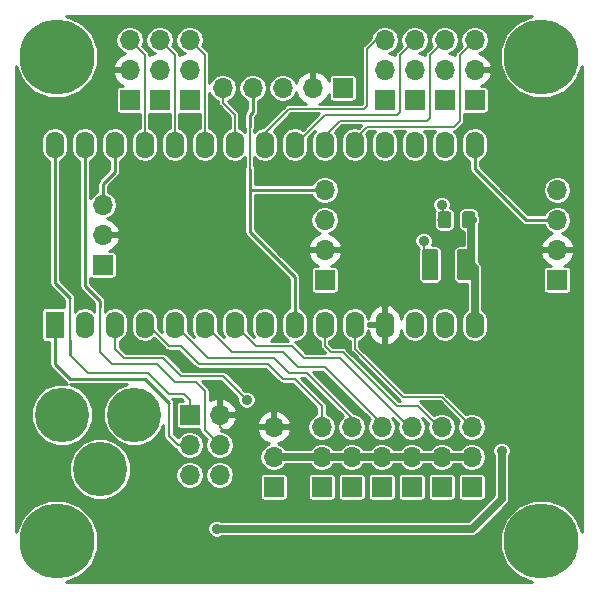
<source format=gbr>
G04 #@! TF.GenerationSoftware,KiCad,Pcbnew,(5.0.2)-1*
G04 #@! TF.CreationDate,2019-07-01T14:36:02-04:00*
G04 #@! TF.ProjectId,NANO-BKOUT,4e414e4f-2d42-44b4-9f55-542e6b696361,X1*
G04 #@! TF.SameCoordinates,Original*
G04 #@! TF.FileFunction,Copper,L1,Top*
G04 #@! TF.FilePolarity,Positive*
%FSLAX46Y46*%
G04 Gerber Fmt 4.6, Leading zero omitted, Abs format (unit mm)*
G04 Created by KiCad (PCBNEW (5.0.2)-1) date 7/1/2019 2:36:02 PM*
%MOMM*%
%LPD*%
G01*
G04 APERTURE LIST*
G04 #@! TA.AperFunction,ComponentPad*
%ADD10R,1.574800X2.286000*%
G04 #@! TD*
G04 #@! TA.AperFunction,ComponentPad*
%ADD11O,1.574800X2.286000*%
G04 #@! TD*
G04 #@! TA.AperFunction,Conductor*
%ADD12C,0.150000*%
G04 #@! TD*
G04 #@! TA.AperFunction,SMDPad,CuDef*
%ADD13C,1.150000*%
G04 #@! TD*
G04 #@! TA.AperFunction,SMDPad,CuDef*
%ADD14C,1.425000*%
G04 #@! TD*
G04 #@! TA.AperFunction,ComponentPad*
%ADD15R,1.700000X1.700000*%
G04 #@! TD*
G04 #@! TA.AperFunction,ComponentPad*
%ADD16O,1.700000X1.700000*%
G04 #@! TD*
G04 #@! TA.AperFunction,ComponentPad*
%ADD17C,4.600000*%
G04 #@! TD*
G04 #@! TA.AperFunction,ComponentPad*
%ADD18C,6.350000*%
G04 #@! TD*
G04 #@! TA.AperFunction,ViaPad*
%ADD19C,0.889000*%
G04 #@! TD*
G04 #@! TA.AperFunction,Conductor*
%ADD20C,0.203200*%
G04 #@! TD*
G04 #@! TA.AperFunction,Conductor*
%ADD21C,0.635000*%
G04 #@! TD*
G04 #@! TA.AperFunction,Conductor*
%ADD22C,0.254000*%
G04 #@! TD*
G04 #@! TA.AperFunction,Conductor*
%ADD23C,0.152400*%
G04 #@! TD*
G04 APERTURE END LIST*
D10*
G04 #@! TO.P,U5,1*
G04 #@! TO.N,/D13*
X3810000Y-26670000D03*
D11*
G04 #@! TO.P,U5,2*
G04 #@! TO.N,Net-(U5-Pad2)*
X6350000Y-26670000D03*
G04 #@! TO.P,U5,3*
G04 #@! TO.N,/AREF*
X8890000Y-26670000D03*
G04 #@! TO.P,U5,4*
G04 #@! TO.N,/A0*
X11430000Y-26670000D03*
G04 #@! TO.P,U5,5*
G04 #@! TO.N,/A1*
X13970000Y-26670000D03*
G04 #@! TO.P,U5,6*
G04 #@! TO.N,/A2*
X16510000Y-26670000D03*
G04 #@! TO.P,U5,7*
G04 #@! TO.N,/A3*
X19050000Y-26670000D03*
G04 #@! TO.P,U5,8*
G04 #@! TO.N,/SDA*
X21590000Y-26670000D03*
G04 #@! TO.P,U5,9*
G04 #@! TO.N,/SCL*
X24130000Y-26670000D03*
G04 #@! TO.P,U5,10*
G04 #@! TO.N,/A6*
X26670000Y-26670000D03*
G04 #@! TO.P,U5,11*
G04 #@! TO.N,/A7*
X29210000Y-26670000D03*
G04 #@! TO.P,U5,12*
G04 #@! TO.N,+5V*
X31750000Y-26670000D03*
G04 #@! TO.P,U5,13*
G04 #@! TO.N,/~RST*
X34290000Y-26670000D03*
G04 #@! TO.P,U5,14*
G04 #@! TO.N,GND*
X36830000Y-26670000D03*
G04 #@! TO.P,U5,15*
G04 #@! TO.N,+9V*
X39370000Y-26670000D03*
G04 #@! TO.P,U5,16*
G04 #@! TO.N,/D0*
X39370000Y-11430000D03*
G04 #@! TO.P,U5,17*
G04 #@! TO.N,/D1*
X36830000Y-11430000D03*
G04 #@! TO.P,U5,18*
G04 #@! TO.N,Net-(U5-Pad18)*
X34290000Y-11430000D03*
G04 #@! TO.P,U5,19*
G04 #@! TO.N,GND*
X31750000Y-11430000D03*
G04 #@! TO.P,U5,20*
G04 #@! TO.N,/D2*
X29210000Y-11430000D03*
G04 #@! TO.P,U5,21*
G04 #@! TO.N,/D3*
X26670000Y-11430000D03*
G04 #@! TO.P,U5,22*
G04 #@! TO.N,/D4*
X24130000Y-11430000D03*
G04 #@! TO.P,U5,23*
G04 #@! TO.N,/D5*
X21590000Y-11430000D03*
G04 #@! TO.P,U5,24*
G04 #@! TO.N,/D6*
X19050000Y-11430000D03*
G04 #@! TO.P,U5,25*
G04 #@! TO.N,/D7*
X16510000Y-11430000D03*
G04 #@! TO.P,U5,26*
G04 #@! TO.N,/D8*
X13970000Y-11430000D03*
G04 #@! TO.P,U5,27*
G04 #@! TO.N,/D9*
X11430000Y-11430000D03*
G04 #@! TO.P,U5,28*
G04 #@! TO.N,/D10*
X8890000Y-11430000D03*
G04 #@! TO.P,U5,29*
G04 #@! TO.N,/D11*
X6350000Y-11430000D03*
G04 #@! TO.P,U5,30*
G04 #@! TO.N,/D12*
X3810000Y-11430000D03*
G04 #@! TD*
D12*
G04 #@! TO.N,+9V*
G04 #@! TO.C,C4*
G36*
X39220505Y-17081204D02*
X39244773Y-17084804D01*
X39268572Y-17090765D01*
X39291671Y-17099030D01*
X39313850Y-17109520D01*
X39334893Y-17122132D01*
X39354599Y-17136747D01*
X39372777Y-17153223D01*
X39389253Y-17171401D01*
X39403868Y-17191107D01*
X39416480Y-17212150D01*
X39426970Y-17234329D01*
X39435235Y-17257428D01*
X39441196Y-17281227D01*
X39444796Y-17305495D01*
X39446000Y-17329999D01*
X39446000Y-18230001D01*
X39444796Y-18254505D01*
X39441196Y-18278773D01*
X39435235Y-18302572D01*
X39426970Y-18325671D01*
X39416480Y-18347850D01*
X39403868Y-18368893D01*
X39389253Y-18388599D01*
X39372777Y-18406777D01*
X39354599Y-18423253D01*
X39334893Y-18437868D01*
X39313850Y-18450480D01*
X39291671Y-18460970D01*
X39268572Y-18469235D01*
X39244773Y-18475196D01*
X39220505Y-18478796D01*
X39196001Y-18480000D01*
X38545999Y-18480000D01*
X38521495Y-18478796D01*
X38497227Y-18475196D01*
X38473428Y-18469235D01*
X38450329Y-18460970D01*
X38428150Y-18450480D01*
X38407107Y-18437868D01*
X38387401Y-18423253D01*
X38369223Y-18406777D01*
X38352747Y-18388599D01*
X38338132Y-18368893D01*
X38325520Y-18347850D01*
X38315030Y-18325671D01*
X38306765Y-18302572D01*
X38300804Y-18278773D01*
X38297204Y-18254505D01*
X38296000Y-18230001D01*
X38296000Y-17329999D01*
X38297204Y-17305495D01*
X38300804Y-17281227D01*
X38306765Y-17257428D01*
X38315030Y-17234329D01*
X38325520Y-17212150D01*
X38338132Y-17191107D01*
X38352747Y-17171401D01*
X38369223Y-17153223D01*
X38387401Y-17136747D01*
X38407107Y-17122132D01*
X38428150Y-17109520D01*
X38450329Y-17099030D01*
X38473428Y-17090765D01*
X38497227Y-17084804D01*
X38521495Y-17081204D01*
X38545999Y-17080000D01*
X39196001Y-17080000D01*
X39220505Y-17081204D01*
X39220505Y-17081204D01*
G37*
D13*
G04 #@! TD*
G04 #@! TO.P,C4,1*
G04 #@! TO.N,+9V*
X38871000Y-17780000D03*
D12*
G04 #@! TO.N,GND*
G04 #@! TO.C,C4*
G36*
X37170505Y-17081204D02*
X37194773Y-17084804D01*
X37218572Y-17090765D01*
X37241671Y-17099030D01*
X37263850Y-17109520D01*
X37284893Y-17122132D01*
X37304599Y-17136747D01*
X37322777Y-17153223D01*
X37339253Y-17171401D01*
X37353868Y-17191107D01*
X37366480Y-17212150D01*
X37376970Y-17234329D01*
X37385235Y-17257428D01*
X37391196Y-17281227D01*
X37394796Y-17305495D01*
X37396000Y-17329999D01*
X37396000Y-18230001D01*
X37394796Y-18254505D01*
X37391196Y-18278773D01*
X37385235Y-18302572D01*
X37376970Y-18325671D01*
X37366480Y-18347850D01*
X37353868Y-18368893D01*
X37339253Y-18388599D01*
X37322777Y-18406777D01*
X37304599Y-18423253D01*
X37284893Y-18437868D01*
X37263850Y-18450480D01*
X37241671Y-18460970D01*
X37218572Y-18469235D01*
X37194773Y-18475196D01*
X37170505Y-18478796D01*
X37146001Y-18480000D01*
X36495999Y-18480000D01*
X36471495Y-18478796D01*
X36447227Y-18475196D01*
X36423428Y-18469235D01*
X36400329Y-18460970D01*
X36378150Y-18450480D01*
X36357107Y-18437868D01*
X36337401Y-18423253D01*
X36319223Y-18406777D01*
X36302747Y-18388599D01*
X36288132Y-18368893D01*
X36275520Y-18347850D01*
X36265030Y-18325671D01*
X36256765Y-18302572D01*
X36250804Y-18278773D01*
X36247204Y-18254505D01*
X36246000Y-18230001D01*
X36246000Y-17329999D01*
X36247204Y-17305495D01*
X36250804Y-17281227D01*
X36256765Y-17257428D01*
X36265030Y-17234329D01*
X36275520Y-17212150D01*
X36288132Y-17191107D01*
X36302747Y-17171401D01*
X36319223Y-17153223D01*
X36337401Y-17136747D01*
X36357107Y-17122132D01*
X36378150Y-17109520D01*
X36400329Y-17099030D01*
X36423428Y-17090765D01*
X36447227Y-17084804D01*
X36471495Y-17081204D01*
X36495999Y-17080000D01*
X37146001Y-17080000D01*
X37170505Y-17081204D01*
X37170505Y-17081204D01*
G37*
D13*
G04 #@! TD*
G04 #@! TO.P,C4,2*
G04 #@! TO.N,GND*
X36821000Y-17780000D03*
D12*
G04 #@! TO.N,+9V*
G04 #@! TO.C,C6*
G36*
X39058504Y-20266204D02*
X39082773Y-20269804D01*
X39106571Y-20275765D01*
X39129671Y-20284030D01*
X39151849Y-20294520D01*
X39172893Y-20307133D01*
X39192598Y-20321747D01*
X39210777Y-20338223D01*
X39227253Y-20356402D01*
X39241867Y-20376107D01*
X39254480Y-20397151D01*
X39264970Y-20419329D01*
X39273235Y-20442429D01*
X39279196Y-20466227D01*
X39282796Y-20490496D01*
X39284000Y-20515000D01*
X39284000Y-22665000D01*
X39282796Y-22689504D01*
X39279196Y-22713773D01*
X39273235Y-22737571D01*
X39264970Y-22760671D01*
X39254480Y-22782849D01*
X39241867Y-22803893D01*
X39227253Y-22823598D01*
X39210777Y-22841777D01*
X39192598Y-22858253D01*
X39172893Y-22872867D01*
X39151849Y-22885480D01*
X39129671Y-22895970D01*
X39106571Y-22904235D01*
X39082773Y-22910196D01*
X39058504Y-22913796D01*
X39034000Y-22915000D01*
X38109000Y-22915000D01*
X38084496Y-22913796D01*
X38060227Y-22910196D01*
X38036429Y-22904235D01*
X38013329Y-22895970D01*
X37991151Y-22885480D01*
X37970107Y-22872867D01*
X37950402Y-22858253D01*
X37932223Y-22841777D01*
X37915747Y-22823598D01*
X37901133Y-22803893D01*
X37888520Y-22782849D01*
X37878030Y-22760671D01*
X37869765Y-22737571D01*
X37863804Y-22713773D01*
X37860204Y-22689504D01*
X37859000Y-22665000D01*
X37859000Y-20515000D01*
X37860204Y-20490496D01*
X37863804Y-20466227D01*
X37869765Y-20442429D01*
X37878030Y-20419329D01*
X37888520Y-20397151D01*
X37901133Y-20376107D01*
X37915747Y-20356402D01*
X37932223Y-20338223D01*
X37950402Y-20321747D01*
X37970107Y-20307133D01*
X37991151Y-20294520D01*
X38013329Y-20284030D01*
X38036429Y-20275765D01*
X38060227Y-20269804D01*
X38084496Y-20266204D01*
X38109000Y-20265000D01*
X39034000Y-20265000D01*
X39058504Y-20266204D01*
X39058504Y-20266204D01*
G37*
D14*
G04 #@! TD*
G04 #@! TO.P,C6,1*
G04 #@! TO.N,+9V*
X38571500Y-21590000D03*
D12*
G04 #@! TO.N,GND*
G04 #@! TO.C,C6*
G36*
X36083504Y-20266204D02*
X36107773Y-20269804D01*
X36131571Y-20275765D01*
X36154671Y-20284030D01*
X36176849Y-20294520D01*
X36197893Y-20307133D01*
X36217598Y-20321747D01*
X36235777Y-20338223D01*
X36252253Y-20356402D01*
X36266867Y-20376107D01*
X36279480Y-20397151D01*
X36289970Y-20419329D01*
X36298235Y-20442429D01*
X36304196Y-20466227D01*
X36307796Y-20490496D01*
X36309000Y-20515000D01*
X36309000Y-22665000D01*
X36307796Y-22689504D01*
X36304196Y-22713773D01*
X36298235Y-22737571D01*
X36289970Y-22760671D01*
X36279480Y-22782849D01*
X36266867Y-22803893D01*
X36252253Y-22823598D01*
X36235777Y-22841777D01*
X36217598Y-22858253D01*
X36197893Y-22872867D01*
X36176849Y-22885480D01*
X36154671Y-22895970D01*
X36131571Y-22904235D01*
X36107773Y-22910196D01*
X36083504Y-22913796D01*
X36059000Y-22915000D01*
X35134000Y-22915000D01*
X35109496Y-22913796D01*
X35085227Y-22910196D01*
X35061429Y-22904235D01*
X35038329Y-22895970D01*
X35016151Y-22885480D01*
X34995107Y-22872867D01*
X34975402Y-22858253D01*
X34957223Y-22841777D01*
X34940747Y-22823598D01*
X34926133Y-22803893D01*
X34913520Y-22782849D01*
X34903030Y-22760671D01*
X34894765Y-22737571D01*
X34888804Y-22713773D01*
X34885204Y-22689504D01*
X34884000Y-22665000D01*
X34884000Y-20515000D01*
X34885204Y-20490496D01*
X34888804Y-20466227D01*
X34894765Y-20442429D01*
X34903030Y-20419329D01*
X34913520Y-20397151D01*
X34926133Y-20376107D01*
X34940747Y-20356402D01*
X34957223Y-20338223D01*
X34975402Y-20321747D01*
X34995107Y-20307133D01*
X35016151Y-20294520D01*
X35038329Y-20284030D01*
X35061429Y-20275765D01*
X35085227Y-20269804D01*
X35109496Y-20266204D01*
X35134000Y-20265000D01*
X36059000Y-20265000D01*
X36083504Y-20266204D01*
X36083504Y-20266204D01*
G37*
D14*
G04 #@! TD*
G04 #@! TO.P,C6,2*
G04 #@! TO.N,GND*
X35596500Y-21590000D03*
D15*
G04 #@! TO.P,H1,1*
G04 #@! TO.N,GND*
X26416000Y-40386000D03*
D16*
G04 #@! TO.P,H1,2*
G04 #@! TO.N,Net-(H1-Pad2)*
X26416000Y-37846000D03*
G04 #@! TO.P,H1,3*
G04 #@! TO.N,/A0*
X26416000Y-35306000D03*
G04 #@! TD*
G04 #@! TO.P,H2,3*
G04 #@! TO.N,/A1*
X28956000Y-35306000D03*
G04 #@! TO.P,H2,2*
G04 #@! TO.N,Net-(H1-Pad2)*
X28956000Y-37846000D03*
D15*
G04 #@! TO.P,H2,1*
G04 #@! TO.N,GND*
X28956000Y-40386000D03*
G04 #@! TD*
G04 #@! TO.P,H3,1*
G04 #@! TO.N,GND*
X31496000Y-40386000D03*
D16*
G04 #@! TO.P,H3,2*
G04 #@! TO.N,Net-(H1-Pad2)*
X31496000Y-37846000D03*
G04 #@! TO.P,H3,3*
G04 #@! TO.N,/A2*
X31496000Y-35306000D03*
G04 #@! TD*
G04 #@! TO.P,H4,3*
G04 #@! TO.N,/A3*
X34036000Y-35306000D03*
G04 #@! TO.P,H4,2*
G04 #@! TO.N,Net-(H1-Pad2)*
X34036000Y-37846000D03*
D15*
G04 #@! TO.P,H4,1*
G04 #@! TO.N,GND*
X34036000Y-40386000D03*
G04 #@! TD*
G04 #@! TO.P,H5,1*
G04 #@! TO.N,GND*
X36576000Y-40386000D03*
D16*
G04 #@! TO.P,H5,2*
G04 #@! TO.N,Net-(H1-Pad2)*
X36576000Y-37846000D03*
G04 #@! TO.P,H5,3*
G04 #@! TO.N,/A6*
X36576000Y-35306000D03*
G04 #@! TD*
G04 #@! TO.P,H6,3*
G04 #@! TO.N,/A7*
X39116000Y-35306000D03*
G04 #@! TO.P,H6,2*
G04 #@! TO.N,Net-(H1-Pad2)*
X39116000Y-37846000D03*
D15*
G04 #@! TO.P,H6,1*
G04 #@! TO.N,GND*
X39116000Y-40386000D03*
G04 #@! TD*
G04 #@! TO.P,H7,1*
G04 #@! TO.N,GND*
X28194000Y-6604000D03*
D16*
G04 #@! TO.P,H7,2*
G04 #@! TO.N,+5V*
X25654000Y-6604000D03*
G04 #@! TO.P,H7,3*
G04 #@! TO.N,/SDA*
X23114000Y-6604000D03*
G04 #@! TO.P,H7,4*
G04 #@! TO.N,/SCL*
X20574000Y-6604000D03*
G04 #@! TO.P,H7,5*
G04 #@! TO.N,/D6*
X18034000Y-6604000D03*
G04 #@! TD*
D15*
G04 #@! TO.P,H8,1*
G04 #@! TO.N,/D12*
X15240000Y-34290000D03*
D16*
G04 #@! TO.P,H8,2*
G04 #@! TO.N,+5V*
X17780000Y-34290000D03*
G04 #@! TO.P,H8,3*
G04 #@! TO.N,/D13*
X15240000Y-36830000D03*
G04 #@! TO.P,H8,4*
G04 #@! TO.N,/D11*
X17780000Y-36830000D03*
G04 #@! TO.P,H8,5*
G04 #@! TO.N,/~RST*
X15240000Y-39370000D03*
G04 #@! TO.P,H8,6*
G04 #@! TO.N,GND*
X17780000Y-39370000D03*
G04 #@! TD*
D15*
G04 #@! TO.P,H9,1*
G04 #@! TO.N,GND*
X10160000Y-7620000D03*
D16*
G04 #@! TO.P,H9,2*
G04 #@! TO.N,+5V*
X10160000Y-5080000D03*
G04 #@! TO.P,H9,3*
G04 #@! TO.N,/D9*
X10160000Y-2540000D03*
G04 #@! TD*
G04 #@! TO.P,H10,3*
G04 #@! TO.N,/D8*
X12700000Y-2540000D03*
G04 #@! TO.P,H10,2*
G04 #@! TO.N,+5V*
X12700000Y-5080000D03*
D15*
G04 #@! TO.P,H10,1*
G04 #@! TO.N,GND*
X12700000Y-7620000D03*
G04 #@! TD*
G04 #@! TO.P,H11,1*
G04 #@! TO.N,GND*
X15240000Y-7620000D03*
D16*
G04 #@! TO.P,H11,2*
G04 #@! TO.N,+5V*
X15240000Y-5080000D03*
G04 #@! TO.P,H11,3*
G04 #@! TO.N,/D7*
X15240000Y-2540000D03*
G04 #@! TD*
D15*
G04 #@! TO.P,H12,1*
G04 #@! TO.N,GND*
X31750000Y-7620000D03*
D16*
G04 #@! TO.P,H12,2*
G04 #@! TO.N,+5V*
X31750000Y-5080000D03*
G04 #@! TO.P,H12,3*
G04 #@! TO.N,/D5*
X31750000Y-2540000D03*
G04 #@! TD*
D15*
G04 #@! TO.P,H13,1*
G04 #@! TO.N,GND*
X26670000Y-22860000D03*
D16*
G04 #@! TO.P,H13,2*
G04 #@! TO.N,+5V*
X26670000Y-20320000D03*
G04 #@! TO.P,H13,3*
G04 #@! TO.N,/SDA*
X26670000Y-17780000D03*
G04 #@! TO.P,H13,4*
G04 #@! TO.N,/SCL*
X26670000Y-15240000D03*
G04 #@! TD*
D15*
G04 #@! TO.P,H14,1*
G04 #@! TO.N,GND*
X34290000Y-7620000D03*
D16*
G04 #@! TO.P,H14,2*
G04 #@! TO.N,+5V*
X34290000Y-5080000D03*
G04 #@! TO.P,H14,3*
G04 #@! TO.N,/D4*
X34290000Y-2540000D03*
G04 #@! TD*
G04 #@! TO.P,H15,3*
G04 #@! TO.N,/D3*
X36830000Y-2540000D03*
G04 #@! TO.P,H15,2*
G04 #@! TO.N,+5V*
X36830000Y-5080000D03*
D15*
G04 #@! TO.P,H15,1*
G04 #@! TO.N,GND*
X36830000Y-7620000D03*
G04 #@! TD*
G04 #@! TO.P,H16,1*
G04 #@! TO.N,GND*
X39370000Y-7620000D03*
D16*
G04 #@! TO.P,H16,2*
G04 #@! TO.N,+5V*
X39370000Y-5080000D03*
G04 #@! TO.P,H16,3*
G04 #@! TO.N,/D2*
X39370000Y-2540000D03*
G04 #@! TD*
G04 #@! TO.P,H17,4*
G04 #@! TO.N,/D1*
X46355000Y-15240000D03*
G04 #@! TO.P,H17,3*
G04 #@! TO.N,/D0*
X46355000Y-17780000D03*
G04 #@! TO.P,H17,2*
G04 #@! TO.N,+5V*
X46355000Y-20320000D03*
D15*
G04 #@! TO.P,H17,1*
G04 #@! TO.N,GND*
X46355000Y-22860000D03*
G04 #@! TD*
D16*
G04 #@! TO.P,H18,3*
G04 #@! TO.N,+5V*
X22352000Y-35306000D03*
G04 #@! TO.P,H18,2*
G04 #@! TO.N,Net-(H1-Pad2)*
X22352000Y-37846000D03*
D15*
G04 #@! TO.P,H18,1*
G04 #@! TO.N,/AREF*
X22352000Y-40386000D03*
G04 #@! TD*
D16*
G04 #@! TO.P,H19,3*
G04 #@! TO.N,/D10*
X7874000Y-16510000D03*
G04 #@! TO.P,H19,2*
G04 #@! TO.N,+5V*
X7874000Y-19050000D03*
D15*
G04 #@! TO.P,H19,1*
G04 #@! TO.N,GND*
X7874000Y-21590000D03*
G04 #@! TD*
D17*
G04 #@! TO.P,J1,2*
G04 #@! TO.N,GND*
X4445000Y-34290000D03*
G04 #@! TO.P,J1,1*
G04 #@! TO.N,+9V*
X10545000Y-34290000D03*
G04 #@! TO.P,J1,3*
G04 #@! TO.N,GND*
X7645000Y-38890000D03*
G04 #@! TD*
D18*
G04 #@! TO.P,MTG1,1*
G04 #@! TO.N,Net-(MTG1-Pad1)*
X4000000Y-4000000D03*
G04 #@! TD*
G04 #@! TO.P,MTG2,1*
G04 #@! TO.N,Net-(MTG2-Pad1)*
X45000000Y-4000000D03*
G04 #@! TD*
G04 #@! TO.P,MTG3,1*
G04 #@! TO.N,Net-(MTG3-Pad1)*
X4000000Y-45000000D03*
G04 #@! TD*
G04 #@! TO.P,MTG4,1*
G04 #@! TO.N,Net-(MTG4-Pad1)*
X45000000Y-45000000D03*
G04 #@! TD*
D19*
G04 #@! TO.N,GND*
X36576000Y-16510000D03*
X35052000Y-19558000D03*
G04 #@! TO.N,+9V*
X41656000Y-37338000D03*
X17526000Y-43942000D03*
G04 #@! TO.N,/AREF*
X20066000Y-33020000D03*
G04 #@! TD*
D20*
G04 #@! TO.N,GND*
X36496000Y-17780000D02*
X36797000Y-16289000D01*
X36797000Y-16289000D02*
X36576000Y-16510000D01*
X35084000Y-21590000D02*
X35117000Y-19623000D01*
X35117000Y-19623000D02*
X35052000Y-19558000D01*
G04 #@! TO.N,+5V*
X17780000Y-34290000D02*
X17780000Y-35306000D01*
X18034000Y-35560000D02*
X19050000Y-35560000D01*
X17780000Y-35306000D02*
X18034000Y-35560000D01*
D21*
G04 #@! TO.N,+9V*
X41656000Y-41402000D02*
X41656000Y-37338000D01*
X17526000Y-43942000D02*
X39116000Y-43942000D01*
X39116000Y-43942000D02*
X41656000Y-41402000D01*
X39084000Y-21590000D02*
X39084000Y-17892000D01*
X39084000Y-17892000D02*
X39196000Y-17780000D01*
X39370000Y-26670000D02*
X39370000Y-21876000D01*
X39370000Y-21876000D02*
X39084000Y-21590000D01*
D20*
X10445000Y-34290000D02*
X10445000Y-36099000D01*
G04 #@! TO.N,/A0*
X26416000Y-35306000D02*
X26416000Y-33528000D01*
X26416000Y-33528000D02*
X24130000Y-31242000D01*
X24130000Y-31242000D02*
X23114000Y-31242000D01*
X11684000Y-26670000D02*
X13462000Y-28448000D01*
X23114000Y-31242000D02*
X21844000Y-29972000D01*
X21844000Y-29972000D02*
X16002000Y-29972000D01*
X16002000Y-29972000D02*
X14478000Y-28448000D01*
X14478000Y-28448000D02*
X13462000Y-28448000D01*
X11430000Y-26670000D02*
X11684000Y-26670000D01*
G04 #@! TO.N,/A1*
X28956000Y-35306000D02*
X28956000Y-34544000D01*
X28956000Y-34544000D02*
X25146000Y-30734000D01*
X25146000Y-30734000D02*
X23622000Y-30734000D01*
X23622000Y-30734000D02*
X22352000Y-29464000D01*
X16764000Y-29464000D02*
X13970000Y-26670000D01*
X22352000Y-29464000D02*
X16764000Y-29464000D01*
G04 #@! TO.N,/A2*
X31496000Y-35306000D02*
X31496000Y-35052000D01*
X31496000Y-35052000D02*
X26670000Y-30226000D01*
X26670000Y-30226000D02*
X24384000Y-30226000D01*
X18796000Y-28956000D02*
X16510000Y-26670000D01*
X23114000Y-28956000D02*
X18796000Y-28956000D01*
X24384000Y-30226000D02*
X23114000Y-28956000D01*
X16510000Y-26670000D02*
X16510000Y-26924000D01*
G04 #@! TO.N,/A3*
X34036000Y-35306000D02*
X33782000Y-35306000D01*
X33782000Y-35306000D02*
X27940000Y-29464000D01*
X27940000Y-29464000D02*
X24892000Y-29464000D01*
X20828000Y-28448000D02*
X19050000Y-26670000D01*
X23876000Y-28448000D02*
X20828000Y-28448000D01*
X24892000Y-29464000D02*
X23876000Y-28448000D01*
X19050000Y-26670000D02*
X19304000Y-26670000D01*
D22*
G04 #@! TO.N,/SCL*
X26670000Y-15240000D02*
X20320000Y-15240000D01*
X20574000Y-6604000D02*
X20574000Y-8636000D01*
X20320000Y-8890000D02*
X20320000Y-9906000D01*
X20574000Y-8636000D02*
X20320000Y-8890000D01*
X24130000Y-26670000D02*
X24130000Y-22606000D01*
X24130000Y-22606000D02*
X20320000Y-18796000D01*
X20320000Y-18796000D02*
X20320000Y-15240000D01*
X20320000Y-15240000D02*
X20320000Y-13462000D01*
D23*
X20320000Y-18796000D02*
X24130000Y-22606000D01*
X20320000Y-9906000D02*
X20320000Y-13462000D01*
X20320000Y-13462000D02*
X20320000Y-18796000D01*
G04 #@! TO.N,/A6*
X26670000Y-26670000D02*
X26670000Y-28448000D01*
X32766000Y-33528000D02*
X34544000Y-33528000D01*
X28194000Y-28956000D02*
X32766000Y-33528000D01*
X27178000Y-28956000D02*
X28194000Y-28956000D01*
X26670000Y-28448000D02*
X27178000Y-28956000D01*
D20*
X36576000Y-35306000D02*
X36322000Y-35306000D01*
X36322000Y-35306000D02*
X34544000Y-33528000D01*
X26670000Y-26670000D02*
X26670000Y-26924000D01*
D23*
G04 #@! TO.N,/A7*
X29210000Y-26670000D02*
X29210000Y-28702000D01*
X36576000Y-32766000D02*
X39116000Y-35306000D01*
X33274000Y-32766000D02*
X36576000Y-32766000D01*
X29210000Y-28702000D02*
X33274000Y-32766000D01*
D20*
X29210000Y-26670000D02*
X29210000Y-26924000D01*
X29210000Y-27686000D02*
X29210000Y-26670000D01*
X29210000Y-26670000D02*
X29210000Y-27178000D01*
D23*
G04 #@! TO.N,/D7*
X16510000Y-11430000D02*
X16510000Y-3810000D01*
X16510000Y-3810000D02*
X15240000Y-2540000D01*
G04 #@! TO.N,/D6*
X18034000Y-6604000D02*
X18034000Y-7874000D01*
X19050000Y-8890000D02*
X19050000Y-11430000D01*
X18034000Y-7874000D02*
X19050000Y-8890000D01*
G04 #@! TO.N,/D5*
X21590000Y-11430000D02*
X21590000Y-10414000D01*
X21590000Y-10414000D02*
X23622000Y-8382000D01*
X23622000Y-8382000D02*
X29972000Y-8382000D01*
X29972000Y-8382000D02*
X30226000Y-8128000D01*
X30226000Y-8128000D02*
X30226000Y-3302000D01*
X30226000Y-3302000D02*
X30988000Y-2540000D01*
X30988000Y-2540000D02*
X31750000Y-2540000D01*
G04 #@! TO.N,/D4*
X24130000Y-11430000D02*
X26670000Y-8890000D01*
X33020000Y-3810000D02*
X34290000Y-2540000D01*
X33020000Y-8636000D02*
X33020000Y-3810000D01*
X32766000Y-8890000D02*
X33020000Y-8636000D01*
X26670000Y-8890000D02*
X32766000Y-8890000D01*
G04 #@! TO.N,/D3*
X26670000Y-11430000D02*
X26670000Y-10668000D01*
X26670000Y-10668000D02*
X27940000Y-9398000D01*
X35560000Y-9144000D02*
X35560000Y-3810000D01*
X35306000Y-9398000D02*
X35560000Y-9144000D01*
X27940000Y-9398000D02*
X35306000Y-9398000D01*
X35560000Y-3810000D02*
X36830000Y-2540000D01*
X35560000Y-3810000D02*
X36830000Y-2540000D01*
G04 #@! TO.N,/D2*
X29210000Y-11430000D02*
X29210000Y-10922000D01*
X29210000Y-10922000D02*
X30226000Y-9906000D01*
X30226000Y-9906000D02*
X37592000Y-9906000D01*
X37592000Y-9906000D02*
X38100000Y-9398000D01*
X38100000Y-9398000D02*
X38100000Y-3810000D01*
X38100000Y-3810000D02*
X39370000Y-2540000D01*
D20*
G04 #@! TO.N,/D12*
X15240000Y-34290000D02*
X15240000Y-33020000D01*
X15240000Y-33020000D02*
X14732000Y-32512000D01*
X6604000Y-30734000D02*
X5080000Y-29210000D01*
X11684000Y-30734000D02*
X6604000Y-30734000D01*
X13462000Y-32512000D02*
X11684000Y-30734000D01*
X14732000Y-32512000D02*
X13462000Y-32512000D01*
X5080000Y-27940000D02*
X5080000Y-24384000D01*
D22*
X5080000Y-29210000D02*
X5080000Y-27940000D01*
X3810000Y-11430000D02*
X3810000Y-23114000D01*
X3810000Y-23114000D02*
X5080000Y-24384000D01*
X3810000Y-23114000D02*
X5080000Y-24384000D01*
D20*
X15240000Y-34290000D02*
X15240000Y-33528000D01*
D22*
G04 #@! TO.N,/D13*
X13081000Y-32893000D02*
X11430000Y-31242000D01*
X11430000Y-31242000D02*
X5080000Y-31242000D01*
X3810000Y-29972000D02*
X3810000Y-26670000D01*
X5080000Y-31242000D02*
X3810000Y-29972000D01*
X13081000Y-32893000D02*
X13462000Y-33274000D01*
D20*
X15240000Y-36830000D02*
X14224000Y-36830000D01*
X13462000Y-36068000D02*
X13462000Y-33274000D01*
X14224000Y-36830000D02*
X13462000Y-36068000D01*
D22*
G04 #@! TO.N,/D11*
X6350000Y-11430000D02*
X6350000Y-23368000D01*
X6350000Y-23368000D02*
X7620000Y-24638000D01*
X7620000Y-24638000D02*
X7620000Y-25146000D01*
D20*
X17780000Y-36830000D02*
X16510000Y-35560000D01*
X7620000Y-28956000D02*
X7620000Y-25146000D01*
X8636000Y-29972000D02*
X7620000Y-28956000D01*
X12446000Y-29972000D02*
X8636000Y-29972000D01*
X13970000Y-31496000D02*
X12446000Y-29972000D01*
X15748000Y-31496000D02*
X13970000Y-31496000D01*
X16510000Y-32258000D02*
X15748000Y-31496000D01*
X16510000Y-35560000D02*
X16510000Y-32258000D01*
D23*
G04 #@! TO.N,/D9*
X11430000Y-11430000D02*
X11430000Y-3810000D01*
X11430000Y-3810000D02*
X10160000Y-2540000D01*
G04 #@! TO.N,/D8*
X13970000Y-11430000D02*
X13970000Y-3810000D01*
X13970000Y-3810000D02*
X12700000Y-2540000D01*
D22*
G04 #@! TO.N,/D0*
X39370000Y-11430000D02*
X39370000Y-13462000D01*
X39370000Y-13462000D02*
X39624000Y-13716000D01*
X46355000Y-17780000D02*
X43688000Y-17780000D01*
X43688000Y-17780000D02*
X39624000Y-13716000D01*
X39624000Y-13716000D02*
X39370000Y-13462000D01*
X39370000Y-11430000D02*
X40005000Y-11430000D01*
G04 #@! TO.N,/D10*
X8890000Y-11430000D02*
X8890000Y-13716000D01*
X7874000Y-14732000D02*
X7874000Y-16510000D01*
X8890000Y-13716000D02*
X7874000Y-14732000D01*
D21*
G04 #@! TO.N,Net-(H1-Pad2)*
X22352000Y-37846000D02*
X26416000Y-37846000D01*
X26416000Y-37846000D02*
X28956000Y-37846000D01*
X28956000Y-37846000D02*
X31496000Y-37846000D01*
X31496000Y-37846000D02*
X34036000Y-37846000D01*
X34036000Y-37846000D02*
X36576000Y-37846000D01*
X36576000Y-37846000D02*
X39116000Y-37846000D01*
D20*
G04 #@! TO.N,/AREF*
X8890000Y-26670000D02*
X8890000Y-28702000D01*
X18034000Y-30988000D02*
X20066000Y-33020000D01*
X14478000Y-30988000D02*
X18034000Y-30988000D01*
X12954000Y-29464000D02*
X14478000Y-30988000D01*
X9652000Y-29464000D02*
X12954000Y-29464000D01*
X8890000Y-28702000D02*
X9652000Y-29464000D01*
X8890000Y-26670000D02*
X8890000Y-26924000D01*
G04 #@! TD*
D22*
G04 #@! TO.N,+5V*
G36*
X43014464Y-1028435D02*
X42028435Y-2014464D01*
X41494800Y-3302772D01*
X41494800Y-4697228D01*
X42028435Y-5985536D01*
X43014464Y-6971565D01*
X44302772Y-7505200D01*
X45697228Y-7505200D01*
X46985536Y-6971565D01*
X47971565Y-5985536D01*
X48479300Y-4759756D01*
X48479301Y-44240246D01*
X47971565Y-43014464D01*
X46985536Y-42028435D01*
X45697228Y-41494800D01*
X44302772Y-41494800D01*
X43014464Y-42028435D01*
X42028435Y-43014464D01*
X41494800Y-44302772D01*
X41494800Y-45697228D01*
X42028435Y-46985536D01*
X43014464Y-47971565D01*
X44240244Y-48479300D01*
X4759756Y-48479300D01*
X5985536Y-47971565D01*
X6971565Y-46985536D01*
X7505200Y-45697228D01*
X7505200Y-44302772D01*
X7291935Y-43787903D01*
X16751300Y-43787903D01*
X16751300Y-44096097D01*
X16869241Y-44380832D01*
X17087168Y-44598759D01*
X17371903Y-44716700D01*
X17680097Y-44716700D01*
X17964832Y-44598759D01*
X17973891Y-44589700D01*
X39052208Y-44589700D01*
X39116000Y-44602389D01*
X39179792Y-44589700D01*
X39368720Y-44552120D01*
X39582966Y-44408966D01*
X39619105Y-44354880D01*
X42068884Y-41905102D01*
X42122966Y-41868966D01*
X42266120Y-41654720D01*
X42303700Y-41465792D01*
X42303700Y-41465791D01*
X42316389Y-41402001D01*
X42303700Y-41338210D01*
X42303700Y-37785891D01*
X42312759Y-37776832D01*
X42430700Y-37492097D01*
X42430700Y-37183903D01*
X42312759Y-36899168D01*
X42094832Y-36681241D01*
X41810097Y-36563300D01*
X41501903Y-36563300D01*
X41217168Y-36681241D01*
X40999241Y-36899168D01*
X40881300Y-37183903D01*
X40881300Y-37492097D01*
X40999241Y-37776832D01*
X41008301Y-37785892D01*
X41008300Y-41133714D01*
X38847715Y-43294300D01*
X17973891Y-43294300D01*
X17964832Y-43285241D01*
X17680097Y-43167300D01*
X17371903Y-43167300D01*
X17087168Y-43285241D01*
X16869241Y-43503168D01*
X16751300Y-43787903D01*
X7291935Y-43787903D01*
X6971565Y-43014464D01*
X5985536Y-42028435D01*
X4697228Y-41494800D01*
X3302772Y-41494800D01*
X2014464Y-42028435D01*
X1028435Y-43014464D01*
X520700Y-44240244D01*
X520700Y-38366821D01*
X5014800Y-38366821D01*
X5014800Y-39413179D01*
X5415224Y-40379889D01*
X6155111Y-41119776D01*
X7121821Y-41520200D01*
X8168179Y-41520200D01*
X9134889Y-41119776D01*
X9874776Y-40379889D01*
X10275200Y-39413179D01*
X10275200Y-39370000D01*
X14036679Y-39370000D01*
X14128276Y-39830491D01*
X14389124Y-40220876D01*
X14779509Y-40481724D01*
X15123762Y-40550200D01*
X15356238Y-40550200D01*
X15700491Y-40481724D01*
X16090876Y-40220876D01*
X16351724Y-39830491D01*
X16443321Y-39370000D01*
X16576679Y-39370000D01*
X16668276Y-39830491D01*
X16929124Y-40220876D01*
X17319509Y-40481724D01*
X17663762Y-40550200D01*
X17896238Y-40550200D01*
X18240491Y-40481724D01*
X18630876Y-40220876D01*
X18891724Y-39830491D01*
X18950301Y-39536000D01*
X21165331Y-39536000D01*
X21165331Y-41236000D01*
X21190958Y-41364838D01*
X21263939Y-41474061D01*
X21373162Y-41547042D01*
X21502000Y-41572669D01*
X23202000Y-41572669D01*
X23330838Y-41547042D01*
X23440061Y-41474061D01*
X23513042Y-41364838D01*
X23538669Y-41236000D01*
X23538669Y-39536000D01*
X25229331Y-39536000D01*
X25229331Y-41236000D01*
X25254958Y-41364838D01*
X25327939Y-41474061D01*
X25437162Y-41547042D01*
X25566000Y-41572669D01*
X27266000Y-41572669D01*
X27394838Y-41547042D01*
X27504061Y-41474061D01*
X27577042Y-41364838D01*
X27602669Y-41236000D01*
X27602669Y-39536000D01*
X27769331Y-39536000D01*
X27769331Y-41236000D01*
X27794958Y-41364838D01*
X27867939Y-41474061D01*
X27977162Y-41547042D01*
X28106000Y-41572669D01*
X29806000Y-41572669D01*
X29934838Y-41547042D01*
X30044061Y-41474061D01*
X30117042Y-41364838D01*
X30142669Y-41236000D01*
X30142669Y-39536000D01*
X30309331Y-39536000D01*
X30309331Y-41236000D01*
X30334958Y-41364838D01*
X30407939Y-41474061D01*
X30517162Y-41547042D01*
X30646000Y-41572669D01*
X32346000Y-41572669D01*
X32474838Y-41547042D01*
X32584061Y-41474061D01*
X32657042Y-41364838D01*
X32682669Y-41236000D01*
X32682669Y-39536000D01*
X32849331Y-39536000D01*
X32849331Y-41236000D01*
X32874958Y-41364838D01*
X32947939Y-41474061D01*
X33057162Y-41547042D01*
X33186000Y-41572669D01*
X34886000Y-41572669D01*
X35014838Y-41547042D01*
X35124061Y-41474061D01*
X35197042Y-41364838D01*
X35222669Y-41236000D01*
X35222669Y-39536000D01*
X35389331Y-39536000D01*
X35389331Y-41236000D01*
X35414958Y-41364838D01*
X35487939Y-41474061D01*
X35597162Y-41547042D01*
X35726000Y-41572669D01*
X37426000Y-41572669D01*
X37554838Y-41547042D01*
X37664061Y-41474061D01*
X37737042Y-41364838D01*
X37762669Y-41236000D01*
X37762669Y-39536000D01*
X37929331Y-39536000D01*
X37929331Y-41236000D01*
X37954958Y-41364838D01*
X38027939Y-41474061D01*
X38137162Y-41547042D01*
X38266000Y-41572669D01*
X39966000Y-41572669D01*
X40094838Y-41547042D01*
X40204061Y-41474061D01*
X40277042Y-41364838D01*
X40302669Y-41236000D01*
X40302669Y-39536000D01*
X40277042Y-39407162D01*
X40204061Y-39297939D01*
X40094838Y-39224958D01*
X39966000Y-39199331D01*
X38266000Y-39199331D01*
X38137162Y-39224958D01*
X38027939Y-39297939D01*
X37954958Y-39407162D01*
X37929331Y-39536000D01*
X37762669Y-39536000D01*
X37737042Y-39407162D01*
X37664061Y-39297939D01*
X37554838Y-39224958D01*
X37426000Y-39199331D01*
X35726000Y-39199331D01*
X35597162Y-39224958D01*
X35487939Y-39297939D01*
X35414958Y-39407162D01*
X35389331Y-39536000D01*
X35222669Y-39536000D01*
X35197042Y-39407162D01*
X35124061Y-39297939D01*
X35014838Y-39224958D01*
X34886000Y-39199331D01*
X33186000Y-39199331D01*
X33057162Y-39224958D01*
X32947939Y-39297939D01*
X32874958Y-39407162D01*
X32849331Y-39536000D01*
X32682669Y-39536000D01*
X32657042Y-39407162D01*
X32584061Y-39297939D01*
X32474838Y-39224958D01*
X32346000Y-39199331D01*
X30646000Y-39199331D01*
X30517162Y-39224958D01*
X30407939Y-39297939D01*
X30334958Y-39407162D01*
X30309331Y-39536000D01*
X30142669Y-39536000D01*
X30117042Y-39407162D01*
X30044061Y-39297939D01*
X29934838Y-39224958D01*
X29806000Y-39199331D01*
X28106000Y-39199331D01*
X27977162Y-39224958D01*
X27867939Y-39297939D01*
X27794958Y-39407162D01*
X27769331Y-39536000D01*
X27602669Y-39536000D01*
X27577042Y-39407162D01*
X27504061Y-39297939D01*
X27394838Y-39224958D01*
X27266000Y-39199331D01*
X25566000Y-39199331D01*
X25437162Y-39224958D01*
X25327939Y-39297939D01*
X25254958Y-39407162D01*
X25229331Y-39536000D01*
X23538669Y-39536000D01*
X23513042Y-39407162D01*
X23440061Y-39297939D01*
X23330838Y-39224958D01*
X23202000Y-39199331D01*
X21502000Y-39199331D01*
X21373162Y-39224958D01*
X21263939Y-39297939D01*
X21190958Y-39407162D01*
X21165331Y-39536000D01*
X18950301Y-39536000D01*
X18983321Y-39370000D01*
X18891724Y-38909509D01*
X18630876Y-38519124D01*
X18240491Y-38258276D01*
X17896238Y-38189800D01*
X17663762Y-38189800D01*
X17319509Y-38258276D01*
X16929124Y-38519124D01*
X16668276Y-38909509D01*
X16576679Y-39370000D01*
X16443321Y-39370000D01*
X16351724Y-38909509D01*
X16090876Y-38519124D01*
X15700491Y-38258276D01*
X15356238Y-38189800D01*
X15123762Y-38189800D01*
X14779509Y-38258276D01*
X14389124Y-38519124D01*
X14128276Y-38909509D01*
X14036679Y-39370000D01*
X10275200Y-39370000D01*
X10275200Y-38366821D01*
X9874776Y-37400111D01*
X9134889Y-36660224D01*
X8168179Y-36259800D01*
X7121821Y-36259800D01*
X6155111Y-36660224D01*
X5415224Y-37400111D01*
X5014800Y-38366821D01*
X520700Y-38366821D01*
X520700Y-33766821D01*
X1814800Y-33766821D01*
X1814800Y-34813179D01*
X2215224Y-35779889D01*
X2955111Y-36519776D01*
X3921821Y-36920200D01*
X4968179Y-36920200D01*
X5934889Y-36519776D01*
X6674776Y-35779889D01*
X7075200Y-34813179D01*
X7075200Y-33766821D01*
X6674776Y-32800111D01*
X5934889Y-32060224D01*
X5083326Y-31707495D01*
X5125029Y-31699200D01*
X9926701Y-31699200D01*
X9055111Y-32060224D01*
X8315224Y-32800111D01*
X7914800Y-33766821D01*
X7914800Y-34813179D01*
X8315224Y-35779889D01*
X9055111Y-36519776D01*
X10021821Y-36920200D01*
X11068179Y-36920200D01*
X12034889Y-36519776D01*
X12774776Y-35779889D01*
X13030200Y-35163240D01*
X13030200Y-36025478D01*
X13021742Y-36068000D01*
X13030200Y-36110522D01*
X13030200Y-36110525D01*
X13055254Y-36236479D01*
X13150690Y-36379310D01*
X13186742Y-36403399D01*
X13888602Y-37105260D01*
X13912690Y-37141310D01*
X13948740Y-37165398D01*
X13948741Y-37165399D01*
X14055520Y-37236746D01*
X14120142Y-37249600D01*
X14128276Y-37290491D01*
X14389124Y-37680876D01*
X14779509Y-37941724D01*
X15123762Y-38010200D01*
X15356238Y-38010200D01*
X15700491Y-37941724D01*
X16090876Y-37680876D01*
X16351724Y-37290491D01*
X16443321Y-36830000D01*
X16351724Y-36369509D01*
X16090876Y-35979124D01*
X15700491Y-35718276D01*
X15356238Y-35649800D01*
X15123762Y-35649800D01*
X14779509Y-35718276D01*
X14389124Y-35979124D01*
X14226766Y-36222109D01*
X13893800Y-35889143D01*
X13893800Y-33446724D01*
X13928157Y-33273999D01*
X13892673Y-33095609D01*
X13817129Y-32982551D01*
X13778378Y-32943800D01*
X14553143Y-32943800D01*
X14712674Y-33103331D01*
X14390000Y-33103331D01*
X14261162Y-33128958D01*
X14151939Y-33201939D01*
X14078958Y-33311162D01*
X14053331Y-33440000D01*
X14053331Y-35140000D01*
X14078958Y-35268838D01*
X14151939Y-35378061D01*
X14261162Y-35451042D01*
X14390000Y-35476669D01*
X16078200Y-35476669D01*
X16078200Y-35517478D01*
X16069742Y-35560000D01*
X16078200Y-35602522D01*
X16078200Y-35602525D01*
X16103254Y-35728479D01*
X16198690Y-35871310D01*
X16234743Y-35895400D01*
X16684529Y-36345186D01*
X16668276Y-36369509D01*
X16576679Y-36830000D01*
X16668276Y-37290491D01*
X16929124Y-37680876D01*
X17319509Y-37941724D01*
X17663762Y-38010200D01*
X17896238Y-38010200D01*
X18240491Y-37941724D01*
X18630876Y-37680876D01*
X18891724Y-37290491D01*
X18983321Y-36830000D01*
X18891724Y-36369509D01*
X18630876Y-35979124D01*
X18240491Y-35718276D01*
X18187476Y-35707731D01*
X18282958Y-35662890D01*
X20910524Y-35662890D01*
X21080355Y-36072924D01*
X21470642Y-36501183D01*
X21944524Y-36723731D01*
X21891509Y-36734276D01*
X21501124Y-36995124D01*
X21240276Y-37385509D01*
X21148679Y-37846000D01*
X21240276Y-38306491D01*
X21501124Y-38696876D01*
X21891509Y-38957724D01*
X22235762Y-39026200D01*
X22468238Y-39026200D01*
X22812491Y-38957724D01*
X23202876Y-38696876D01*
X23338634Y-38493700D01*
X25429366Y-38493700D01*
X25565124Y-38696876D01*
X25955509Y-38957724D01*
X26299762Y-39026200D01*
X26532238Y-39026200D01*
X26876491Y-38957724D01*
X27266876Y-38696876D01*
X27402634Y-38493700D01*
X27969366Y-38493700D01*
X28105124Y-38696876D01*
X28495509Y-38957724D01*
X28839762Y-39026200D01*
X29072238Y-39026200D01*
X29416491Y-38957724D01*
X29806876Y-38696876D01*
X29942634Y-38493700D01*
X30509366Y-38493700D01*
X30645124Y-38696876D01*
X31035509Y-38957724D01*
X31379762Y-39026200D01*
X31612238Y-39026200D01*
X31956491Y-38957724D01*
X32346876Y-38696876D01*
X32482634Y-38493700D01*
X33049366Y-38493700D01*
X33185124Y-38696876D01*
X33575509Y-38957724D01*
X33919762Y-39026200D01*
X34152238Y-39026200D01*
X34496491Y-38957724D01*
X34886876Y-38696876D01*
X35022634Y-38493700D01*
X35589366Y-38493700D01*
X35725124Y-38696876D01*
X36115509Y-38957724D01*
X36459762Y-39026200D01*
X36692238Y-39026200D01*
X37036491Y-38957724D01*
X37426876Y-38696876D01*
X37562634Y-38493700D01*
X38129366Y-38493700D01*
X38265124Y-38696876D01*
X38655509Y-38957724D01*
X38999762Y-39026200D01*
X39232238Y-39026200D01*
X39576491Y-38957724D01*
X39966876Y-38696876D01*
X40227724Y-38306491D01*
X40319321Y-37846000D01*
X40227724Y-37385509D01*
X39966876Y-36995124D01*
X39576491Y-36734276D01*
X39232238Y-36665800D01*
X38999762Y-36665800D01*
X38655509Y-36734276D01*
X38265124Y-36995124D01*
X38129366Y-37198300D01*
X37562634Y-37198300D01*
X37426876Y-36995124D01*
X37036491Y-36734276D01*
X36692238Y-36665800D01*
X36459762Y-36665800D01*
X36115509Y-36734276D01*
X35725124Y-36995124D01*
X35589366Y-37198300D01*
X35022634Y-37198300D01*
X34886876Y-36995124D01*
X34496491Y-36734276D01*
X34152238Y-36665800D01*
X33919762Y-36665800D01*
X33575509Y-36734276D01*
X33185124Y-36995124D01*
X33049366Y-37198300D01*
X32482634Y-37198300D01*
X32346876Y-36995124D01*
X31956491Y-36734276D01*
X31612238Y-36665800D01*
X31379762Y-36665800D01*
X31035509Y-36734276D01*
X30645124Y-36995124D01*
X30509366Y-37198300D01*
X29942634Y-37198300D01*
X29806876Y-36995124D01*
X29416491Y-36734276D01*
X29072238Y-36665800D01*
X28839762Y-36665800D01*
X28495509Y-36734276D01*
X28105124Y-36995124D01*
X27969366Y-37198300D01*
X27402634Y-37198300D01*
X27266876Y-36995124D01*
X26876491Y-36734276D01*
X26532238Y-36665800D01*
X26299762Y-36665800D01*
X25955509Y-36734276D01*
X25565124Y-36995124D01*
X25429366Y-37198300D01*
X23338634Y-37198300D01*
X23202876Y-36995124D01*
X22812491Y-36734276D01*
X22759476Y-36723731D01*
X23233358Y-36501183D01*
X23623645Y-36072924D01*
X23793476Y-35662890D01*
X23672155Y-35433000D01*
X22479000Y-35433000D01*
X22479000Y-35453000D01*
X22225000Y-35453000D01*
X22225000Y-35433000D01*
X21031845Y-35433000D01*
X20910524Y-35662890D01*
X18282958Y-35662890D01*
X18661358Y-35485183D01*
X19051645Y-35056924D01*
X19096300Y-34949110D01*
X20910524Y-34949110D01*
X21031845Y-35179000D01*
X22225000Y-35179000D01*
X22225000Y-33985181D01*
X22479000Y-33985181D01*
X22479000Y-35179000D01*
X23672155Y-35179000D01*
X23793476Y-34949110D01*
X23623645Y-34539076D01*
X23233358Y-34110817D01*
X22708892Y-33864514D01*
X22479000Y-33985181D01*
X22225000Y-33985181D01*
X21995108Y-33864514D01*
X21470642Y-34110817D01*
X21080355Y-34539076D01*
X20910524Y-34949110D01*
X19096300Y-34949110D01*
X19221476Y-34646890D01*
X19100155Y-34417000D01*
X17907000Y-34417000D01*
X17907000Y-34437000D01*
X17653000Y-34437000D01*
X17653000Y-34417000D01*
X17633000Y-34417000D01*
X17633000Y-34163000D01*
X17653000Y-34163000D01*
X17653000Y-32969181D01*
X17907000Y-32969181D01*
X17907000Y-34163000D01*
X19100155Y-34163000D01*
X19221476Y-33933110D01*
X19051645Y-33523076D01*
X18661358Y-33094817D01*
X18136892Y-32848514D01*
X17907000Y-32969181D01*
X17653000Y-32969181D01*
X17423108Y-32848514D01*
X16941800Y-33074549D01*
X16941800Y-32300526D01*
X16950259Y-32258000D01*
X16916746Y-32089520D01*
X16845399Y-31982741D01*
X16845398Y-31982740D01*
X16821310Y-31946690D01*
X16785260Y-31922602D01*
X16282457Y-31419800D01*
X17855143Y-31419800D01*
X19294213Y-32858871D01*
X19291300Y-32865903D01*
X19291300Y-33174097D01*
X19409241Y-33458832D01*
X19627168Y-33676759D01*
X19911903Y-33794700D01*
X20220097Y-33794700D01*
X20504832Y-33676759D01*
X20722759Y-33458832D01*
X20840700Y-33174097D01*
X20840700Y-32865903D01*
X20722759Y-32581168D01*
X20504832Y-32363241D01*
X20220097Y-32245300D01*
X19911903Y-32245300D01*
X19904871Y-32248213D01*
X18369400Y-30712742D01*
X18345310Y-30676690D01*
X18202480Y-30581254D01*
X18076526Y-30556200D01*
X18076522Y-30556200D01*
X18034000Y-30547742D01*
X17991478Y-30556200D01*
X14656857Y-30556200D01*
X13289400Y-29188743D01*
X13265310Y-29152690D01*
X13122480Y-29057254D01*
X12996526Y-29032200D01*
X12996522Y-29032200D01*
X12954000Y-29023742D01*
X12911478Y-29032200D01*
X9830858Y-29032200D01*
X9321800Y-28523143D01*
X9321800Y-28079205D01*
X9326066Y-28078356D01*
X9695745Y-27831345D01*
X9942756Y-27461666D01*
X10007600Y-27135672D01*
X10007600Y-26204327D01*
X9942756Y-25878334D01*
X9695745Y-25508655D01*
X9326065Y-25261644D01*
X8890000Y-25174905D01*
X8453934Y-25261644D01*
X8084255Y-25508655D01*
X8051800Y-25557228D01*
X8051800Y-25318725D01*
X8077200Y-25191030D01*
X8077200Y-24683029D01*
X8086157Y-24637999D01*
X8050673Y-24459609D01*
X7975130Y-24346551D01*
X7949623Y-24308377D01*
X7911449Y-24282870D01*
X6807200Y-23178622D01*
X6807200Y-22692267D01*
X6895162Y-22751042D01*
X7024000Y-22776669D01*
X8724000Y-22776669D01*
X8852838Y-22751042D01*
X8962061Y-22678061D01*
X9035042Y-22568838D01*
X9060669Y-22440000D01*
X9060669Y-20740000D01*
X9035042Y-20611162D01*
X8962061Y-20501939D01*
X8852838Y-20428958D01*
X8724000Y-20403331D01*
X8418605Y-20403331D01*
X8755358Y-20245183D01*
X9145645Y-19816924D01*
X9315476Y-19406890D01*
X9194155Y-19177000D01*
X8001000Y-19177000D01*
X8001000Y-19197000D01*
X7747000Y-19197000D01*
X7747000Y-19177000D01*
X7727000Y-19177000D01*
X7727000Y-18923000D01*
X7747000Y-18923000D01*
X7747000Y-18903000D01*
X8001000Y-18903000D01*
X8001000Y-18923000D01*
X9194155Y-18923000D01*
X9315476Y-18693110D01*
X9145645Y-18283076D01*
X8755358Y-17854817D01*
X8281476Y-17632269D01*
X8334491Y-17621724D01*
X8724876Y-17360876D01*
X8985724Y-16970491D01*
X9077321Y-16510000D01*
X8985724Y-16049509D01*
X8724876Y-15659124D01*
X8334491Y-15398276D01*
X8331200Y-15397621D01*
X8331200Y-14921378D01*
X9181449Y-14071130D01*
X9219623Y-14045623D01*
X9320673Y-13894391D01*
X9347200Y-13761030D01*
X9356157Y-13716000D01*
X9347200Y-13670970D01*
X9347200Y-12824235D01*
X9695745Y-12591345D01*
X9942756Y-12221666D01*
X10007600Y-11895672D01*
X10007600Y-10964327D01*
X9942756Y-10638334D01*
X9695745Y-10268655D01*
X9326065Y-10021644D01*
X8890000Y-9934905D01*
X8453934Y-10021644D01*
X8084255Y-10268655D01*
X7837244Y-10638335D01*
X7772400Y-10964328D01*
X7772400Y-11895673D01*
X7837244Y-12221666D01*
X8084256Y-12591345D01*
X8432801Y-12824234D01*
X8432801Y-13526620D01*
X7582554Y-14376868D01*
X7544377Y-14402377D01*
X7443328Y-14553609D01*
X7443327Y-14553610D01*
X7407843Y-14732000D01*
X7416800Y-14777030D01*
X7416800Y-15397621D01*
X7413509Y-15398276D01*
X7023124Y-15659124D01*
X6807200Y-15982276D01*
X6807200Y-12824235D01*
X7155745Y-12591345D01*
X7402756Y-12221666D01*
X7467600Y-11895672D01*
X7467600Y-10964327D01*
X7402756Y-10638334D01*
X7155745Y-10268655D01*
X6786065Y-10021644D01*
X6350000Y-9934905D01*
X5913934Y-10021644D01*
X5544255Y-10268655D01*
X5297244Y-10638335D01*
X5232400Y-10964328D01*
X5232400Y-11895673D01*
X5297244Y-12221666D01*
X5544256Y-12591345D01*
X5892800Y-12824234D01*
X5892801Y-23322965D01*
X5883843Y-23368000D01*
X5919327Y-23546390D01*
X5994870Y-23659448D01*
X6020378Y-23697623D01*
X6058552Y-23723130D01*
X7162800Y-24827379D01*
X7162801Y-25191030D01*
X7188201Y-25318725D01*
X7188201Y-25557229D01*
X7155745Y-25508655D01*
X6786065Y-25261644D01*
X6350000Y-25174905D01*
X5913934Y-25261644D01*
X5544255Y-25508655D01*
X5511800Y-25557228D01*
X5511800Y-24556724D01*
X5546157Y-24383999D01*
X5510673Y-24205609D01*
X5435130Y-24092551D01*
X4267200Y-22924622D01*
X4267200Y-12824235D01*
X4615745Y-12591345D01*
X4862756Y-12221666D01*
X4927600Y-11895672D01*
X4927600Y-10964327D01*
X4862756Y-10638334D01*
X4615745Y-10268655D01*
X4246065Y-10021644D01*
X3810000Y-9934905D01*
X3373934Y-10021644D01*
X3004255Y-10268655D01*
X2757244Y-10638335D01*
X2692400Y-10964328D01*
X2692400Y-11895673D01*
X2757244Y-12221666D01*
X3004256Y-12591345D01*
X3352800Y-12824234D01*
X3352801Y-23068965D01*
X3343843Y-23114000D01*
X3379327Y-23292390D01*
X3379328Y-23292391D01*
X3480378Y-23443623D01*
X3518552Y-23469130D01*
X4648201Y-24598780D01*
X4648201Y-25200436D01*
X4597400Y-25190331D01*
X3022600Y-25190331D01*
X2893762Y-25215958D01*
X2784539Y-25288939D01*
X2711558Y-25398162D01*
X2685931Y-25527000D01*
X2685931Y-27813000D01*
X2711558Y-27941838D01*
X2784539Y-28051061D01*
X2893762Y-28124042D01*
X3022600Y-28149669D01*
X3352801Y-28149669D01*
X3352800Y-29926970D01*
X3343843Y-29972000D01*
X3352800Y-30017029D01*
X3379327Y-30150390D01*
X3480377Y-30301623D01*
X3518554Y-30327132D01*
X4724869Y-31533448D01*
X4750377Y-31571623D01*
X4788551Y-31597130D01*
X4882343Y-31659800D01*
X3921821Y-31659800D01*
X2955111Y-32060224D01*
X2215224Y-32800111D01*
X1814800Y-33766821D01*
X520700Y-33766821D01*
X520700Y-4759756D01*
X1028435Y-5985536D01*
X2014464Y-6971565D01*
X3302772Y-7505200D01*
X4697228Y-7505200D01*
X5985536Y-6971565D01*
X6971565Y-5985536D01*
X7494479Y-4723110D01*
X8718524Y-4723110D01*
X8839845Y-4953000D01*
X10033000Y-4953000D01*
X10033000Y-4933000D01*
X10287000Y-4933000D01*
X10287000Y-4953000D01*
X10307000Y-4953000D01*
X10307000Y-5207000D01*
X10287000Y-5207000D01*
X10287000Y-5227000D01*
X10033000Y-5227000D01*
X10033000Y-5207000D01*
X8839845Y-5207000D01*
X8718524Y-5436890D01*
X8888355Y-5846924D01*
X9278642Y-6275183D01*
X9615395Y-6433331D01*
X9310000Y-6433331D01*
X9181162Y-6458958D01*
X9071939Y-6531939D01*
X8998958Y-6641162D01*
X8973331Y-6770000D01*
X8973331Y-8470000D01*
X8998958Y-8598838D01*
X9071939Y-8708061D01*
X9181162Y-8781042D01*
X9310000Y-8806669D01*
X11010000Y-8806669D01*
X11023600Y-8803964D01*
X11023600Y-10015743D01*
X10993934Y-10021644D01*
X10624255Y-10268655D01*
X10377244Y-10638335D01*
X10312400Y-10964328D01*
X10312400Y-11895673D01*
X10377244Y-12221666D01*
X10624256Y-12591345D01*
X10993935Y-12838356D01*
X11430000Y-12925095D01*
X11866066Y-12838356D01*
X12235745Y-12591345D01*
X12482756Y-12221666D01*
X12547600Y-11895672D01*
X12547600Y-10964327D01*
X12482756Y-10638334D01*
X12235745Y-10268655D01*
X11866065Y-10021644D01*
X11836400Y-10015743D01*
X11836400Y-8803964D01*
X11850000Y-8806669D01*
X13550000Y-8806669D01*
X13563600Y-8803964D01*
X13563600Y-10015743D01*
X13533934Y-10021644D01*
X13164255Y-10268655D01*
X12917244Y-10638335D01*
X12852400Y-10964328D01*
X12852400Y-11895673D01*
X12917244Y-12221666D01*
X13164256Y-12591345D01*
X13533935Y-12838356D01*
X13970000Y-12925095D01*
X14406066Y-12838356D01*
X14775745Y-12591345D01*
X15022756Y-12221666D01*
X15087600Y-11895672D01*
X15087600Y-10964327D01*
X15022756Y-10638334D01*
X14775745Y-10268655D01*
X14406065Y-10021644D01*
X14376400Y-10015743D01*
X14376400Y-8803964D01*
X14390000Y-8806669D01*
X16090000Y-8806669D01*
X16103600Y-8803964D01*
X16103600Y-10015743D01*
X16073934Y-10021644D01*
X15704255Y-10268655D01*
X15457244Y-10638335D01*
X15392400Y-10964328D01*
X15392400Y-11895673D01*
X15457244Y-12221666D01*
X15704256Y-12591345D01*
X16073935Y-12838356D01*
X16510000Y-12925095D01*
X16946066Y-12838356D01*
X17315745Y-12591345D01*
X17562756Y-12221666D01*
X17627600Y-11895672D01*
X17627600Y-10964327D01*
X17562756Y-10638334D01*
X17315745Y-10268655D01*
X16946065Y-10021644D01*
X16916400Y-10015743D01*
X16916400Y-7034950D01*
X16922276Y-7064491D01*
X17183124Y-7454876D01*
X17573509Y-7715724D01*
X17627601Y-7726484D01*
X17627601Y-7833977D01*
X17619640Y-7874000D01*
X17627601Y-7914023D01*
X17651181Y-8032569D01*
X17741004Y-8166997D01*
X17774933Y-8189668D01*
X18643600Y-9058336D01*
X18643600Y-10015743D01*
X18613934Y-10021644D01*
X18244255Y-10268655D01*
X17997244Y-10638335D01*
X17932400Y-10964328D01*
X17932400Y-11895673D01*
X17997244Y-12221666D01*
X18244256Y-12591345D01*
X18613935Y-12838356D01*
X19050000Y-12925095D01*
X19486066Y-12838356D01*
X19855745Y-12591345D01*
X19913601Y-12504758D01*
X19913601Y-13247282D01*
X19889328Y-13283609D01*
X19862801Y-13416970D01*
X19862800Y-15194970D01*
X19853843Y-15240000D01*
X19862801Y-15285035D01*
X19862800Y-18750970D01*
X19853843Y-18796000D01*
X19862800Y-18841029D01*
X19889327Y-18974390D01*
X19990377Y-19125623D01*
X20028554Y-19151132D01*
X23672801Y-22795379D01*
X23672800Y-25275765D01*
X23324255Y-25508655D01*
X23077244Y-25878335D01*
X23012400Y-26204328D01*
X23012400Y-27135673D01*
X23077244Y-27461666D01*
X23324256Y-27831345D01*
X23600912Y-28016200D01*
X22119089Y-28016200D01*
X22395745Y-27831345D01*
X22642756Y-27461666D01*
X22707600Y-27135672D01*
X22707600Y-26204327D01*
X22642756Y-25878334D01*
X22395745Y-25508655D01*
X22026065Y-25261644D01*
X21590000Y-25174905D01*
X21153934Y-25261644D01*
X20784255Y-25508655D01*
X20537244Y-25878335D01*
X20472400Y-26204328D01*
X20472400Y-27135673D01*
X20537244Y-27461666D01*
X20708246Y-27717588D01*
X20160753Y-27170095D01*
X20167600Y-27135672D01*
X20167600Y-26204327D01*
X20102756Y-25878334D01*
X19855745Y-25508655D01*
X19486065Y-25261644D01*
X19050000Y-25174905D01*
X18613934Y-25261644D01*
X18244255Y-25508655D01*
X17997244Y-25878335D01*
X17932400Y-26204328D01*
X17932400Y-27135673D01*
X17997244Y-27461666D01*
X18168248Y-27717591D01*
X17620753Y-27170096D01*
X17627600Y-27135672D01*
X17627600Y-26204327D01*
X17562756Y-25878334D01*
X17315745Y-25508655D01*
X16946065Y-25261644D01*
X16510000Y-25174905D01*
X16073934Y-25261644D01*
X15704255Y-25508655D01*
X15457244Y-25878335D01*
X15392400Y-26204328D01*
X15392400Y-27135673D01*
X15457244Y-27461666D01*
X15628246Y-27717588D01*
X15080753Y-27170095D01*
X15087600Y-27135672D01*
X15087600Y-26204327D01*
X15022756Y-25878334D01*
X14775745Y-25508655D01*
X14406065Y-25261644D01*
X13970000Y-25174905D01*
X13533934Y-25261644D01*
X13164255Y-25508655D01*
X12917244Y-25878335D01*
X12852400Y-26204328D01*
X12852400Y-27135673D01*
X12875261Y-27250604D01*
X12547600Y-26922943D01*
X12547600Y-26204327D01*
X12482756Y-25878334D01*
X12235745Y-25508655D01*
X11866065Y-25261644D01*
X11430000Y-25174905D01*
X10993934Y-25261644D01*
X10624255Y-25508655D01*
X10377244Y-25878335D01*
X10312400Y-26204328D01*
X10312400Y-27135673D01*
X10377244Y-27461666D01*
X10624256Y-27831345D01*
X10993935Y-28078356D01*
X11430000Y-28165095D01*
X11866066Y-28078356D01*
X12235111Y-27831769D01*
X13126602Y-28723260D01*
X13150690Y-28759310D01*
X13186740Y-28783398D01*
X13186741Y-28783399D01*
X13293520Y-28854746D01*
X13462000Y-28888259D01*
X13504526Y-28879800D01*
X14299143Y-28879800D01*
X15666600Y-30247257D01*
X15690690Y-30283310D01*
X15833520Y-30378746D01*
X15959474Y-30403800D01*
X15959478Y-30403800D01*
X16001999Y-30412258D01*
X16044520Y-30403800D01*
X21665143Y-30403800D01*
X22778600Y-31517257D01*
X22802690Y-31553310D01*
X22945520Y-31648746D01*
X23071474Y-31673800D01*
X23071477Y-31673800D01*
X23113999Y-31682258D01*
X23156521Y-31673800D01*
X23951143Y-31673800D01*
X25984201Y-33706858D01*
X25984201Y-34188569D01*
X25955509Y-34194276D01*
X25565124Y-34455124D01*
X25304276Y-34845509D01*
X25212679Y-35306000D01*
X25304276Y-35766491D01*
X25565124Y-36156876D01*
X25955509Y-36417724D01*
X26299762Y-36486200D01*
X26532238Y-36486200D01*
X26876491Y-36417724D01*
X27266876Y-36156876D01*
X27527724Y-35766491D01*
X27619321Y-35306000D01*
X27527724Y-34845509D01*
X27266876Y-34455124D01*
X26876491Y-34194276D01*
X26847800Y-34188569D01*
X26847800Y-33570521D01*
X26856258Y-33527999D01*
X26847800Y-33485477D01*
X26847800Y-33485474D01*
X26822746Y-33359520D01*
X26727310Y-33216690D01*
X26691257Y-33192600D01*
X24664457Y-31165800D01*
X24967143Y-31165800D01*
X28195847Y-34394505D01*
X28105124Y-34455124D01*
X27844276Y-34845509D01*
X27752679Y-35306000D01*
X27844276Y-35766491D01*
X28105124Y-36156876D01*
X28495509Y-36417724D01*
X28839762Y-36486200D01*
X29072238Y-36486200D01*
X29416491Y-36417724D01*
X29806876Y-36156876D01*
X30067724Y-35766491D01*
X30159321Y-35306000D01*
X30067724Y-34845509D01*
X29806876Y-34455124D01*
X29416491Y-34194276D01*
X29167384Y-34144726D01*
X25680457Y-30657800D01*
X26491143Y-30657800D01*
X30502267Y-34668924D01*
X30384276Y-34845509D01*
X30292679Y-35306000D01*
X30384276Y-35766491D01*
X30645124Y-36156876D01*
X31035509Y-36417724D01*
X31379762Y-36486200D01*
X31612238Y-36486200D01*
X31956491Y-36417724D01*
X32346876Y-36156876D01*
X32607724Y-35766491D01*
X32699321Y-35306000D01*
X32607724Y-34845509D01*
X32400057Y-34534715D01*
X32888867Y-35023525D01*
X32832679Y-35306000D01*
X32924276Y-35766491D01*
X33185124Y-36156876D01*
X33575509Y-36417724D01*
X33919762Y-36486200D01*
X34152238Y-36486200D01*
X34496491Y-36417724D01*
X34886876Y-36156876D01*
X35147724Y-35766491D01*
X35239321Y-35306000D01*
X35147724Y-34845509D01*
X34940057Y-34534715D01*
X35428867Y-35023524D01*
X35372679Y-35306000D01*
X35464276Y-35766491D01*
X35725124Y-36156876D01*
X36115509Y-36417724D01*
X36459762Y-36486200D01*
X36692238Y-36486200D01*
X37036491Y-36417724D01*
X37426876Y-36156876D01*
X37687724Y-35766491D01*
X37779321Y-35306000D01*
X37687724Y-34845509D01*
X37426876Y-34455124D01*
X37036491Y-34194276D01*
X36692238Y-34125800D01*
X36459762Y-34125800D01*
X36115509Y-34194276D01*
X35938924Y-34312267D01*
X34819258Y-33192601D01*
X34789025Y-33172400D01*
X36407665Y-33172400D01*
X38034917Y-34799652D01*
X38004276Y-34845509D01*
X37912679Y-35306000D01*
X38004276Y-35766491D01*
X38265124Y-36156876D01*
X38655509Y-36417724D01*
X38999762Y-36486200D01*
X39232238Y-36486200D01*
X39576491Y-36417724D01*
X39966876Y-36156876D01*
X40227724Y-35766491D01*
X40319321Y-35306000D01*
X40227724Y-34845509D01*
X39966876Y-34455124D01*
X39576491Y-34194276D01*
X39232238Y-34125800D01*
X38999762Y-34125800D01*
X38655509Y-34194276D01*
X38609652Y-34224917D01*
X36891670Y-32506935D01*
X36868997Y-32473003D01*
X36734569Y-32383180D01*
X36616023Y-32359600D01*
X36616018Y-32359600D01*
X36576000Y-32351640D01*
X36535982Y-32359600D01*
X33442336Y-32359600D01*
X29616400Y-28533665D01*
X29616400Y-28084257D01*
X29646066Y-28078356D01*
X30015745Y-27831345D01*
X30262756Y-27461666D01*
X30327600Y-27135673D01*
X30327600Y-27152600D01*
X30484475Y-27687262D01*
X30834014Y-28121191D01*
X31323004Y-28388327D01*
X31402940Y-28405010D01*
X31623000Y-28282852D01*
X31623000Y-26797000D01*
X30327600Y-26797000D01*
X30327600Y-26543000D01*
X31623000Y-26543000D01*
X31623000Y-25057148D01*
X31877000Y-25057148D01*
X31877000Y-26543000D01*
X31897000Y-26543000D01*
X31897000Y-26797000D01*
X31877000Y-26797000D01*
X31877000Y-28282852D01*
X32097060Y-28405010D01*
X32176996Y-28388327D01*
X32665986Y-28121191D01*
X33015525Y-27687262D01*
X33172400Y-27152600D01*
X33172400Y-27135673D01*
X33237244Y-27461666D01*
X33484256Y-27831345D01*
X33853935Y-28078356D01*
X34290000Y-28165095D01*
X34726066Y-28078356D01*
X35095745Y-27831345D01*
X35342756Y-27461666D01*
X35407600Y-27135672D01*
X35407600Y-26204328D01*
X35712400Y-26204328D01*
X35712400Y-27135673D01*
X35777244Y-27461666D01*
X36024256Y-27831345D01*
X36393935Y-28078356D01*
X36830000Y-28165095D01*
X37266066Y-28078356D01*
X37635745Y-27831345D01*
X37882756Y-27461666D01*
X37947600Y-27135672D01*
X37947600Y-26204327D01*
X37882756Y-25878334D01*
X37635745Y-25508655D01*
X37266065Y-25261644D01*
X36830000Y-25174905D01*
X36393934Y-25261644D01*
X36024255Y-25508655D01*
X35777244Y-25878335D01*
X35712400Y-26204328D01*
X35407600Y-26204328D01*
X35407600Y-26204327D01*
X35342756Y-25878334D01*
X35095745Y-25508655D01*
X34726065Y-25261644D01*
X34290000Y-25174905D01*
X33853934Y-25261644D01*
X33484255Y-25508655D01*
X33237244Y-25878335D01*
X33172400Y-26204327D01*
X33172400Y-26187400D01*
X33015525Y-25652738D01*
X32665986Y-25218809D01*
X32176996Y-24951673D01*
X32097060Y-24934990D01*
X31877000Y-25057148D01*
X31623000Y-25057148D01*
X31402940Y-24934990D01*
X31323004Y-24951673D01*
X30834014Y-25218809D01*
X30484475Y-25652738D01*
X30327600Y-26187400D01*
X30327600Y-26204327D01*
X30262756Y-25878334D01*
X30015745Y-25508655D01*
X29646065Y-25261644D01*
X29210000Y-25174905D01*
X28773934Y-25261644D01*
X28404255Y-25508655D01*
X28157244Y-25878335D01*
X28092400Y-26204328D01*
X28092400Y-27135673D01*
X28157244Y-27461666D01*
X28404256Y-27831345D01*
X28773935Y-28078356D01*
X28803601Y-28084257D01*
X28803601Y-28661977D01*
X28795640Y-28702000D01*
X28827181Y-28860569D01*
X28890947Y-28956000D01*
X28917004Y-28994997D01*
X28950933Y-29017668D01*
X32958331Y-33025067D01*
X32981003Y-33058997D01*
X33074694Y-33121600D01*
X32934336Y-33121600D01*
X28509670Y-28696935D01*
X28486997Y-28663003D01*
X28352569Y-28573180D01*
X28234023Y-28549600D01*
X28234018Y-28549600D01*
X28194000Y-28541640D01*
X28153982Y-28549600D01*
X27346336Y-28549600D01*
X27076400Y-28279664D01*
X27076400Y-28084257D01*
X27106066Y-28078356D01*
X27475745Y-27831345D01*
X27722756Y-27461666D01*
X27787600Y-27135672D01*
X27787600Y-26204327D01*
X27722756Y-25878334D01*
X27475745Y-25508655D01*
X27106065Y-25261644D01*
X26670000Y-25174905D01*
X26233934Y-25261644D01*
X25864255Y-25508655D01*
X25617244Y-25878335D01*
X25552400Y-26204328D01*
X25552400Y-27135673D01*
X25617244Y-27461666D01*
X25864256Y-27831345D01*
X26233935Y-28078356D01*
X26263601Y-28084257D01*
X26263601Y-28407977D01*
X26255640Y-28448000D01*
X26287181Y-28606569D01*
X26350947Y-28702000D01*
X26377004Y-28740997D01*
X26410932Y-28763667D01*
X26679464Y-29032200D01*
X25070858Y-29032200D01*
X24211399Y-28172742D01*
X24197340Y-28151700D01*
X24566066Y-28078356D01*
X24935745Y-27831345D01*
X25182756Y-27461666D01*
X25247600Y-27135672D01*
X25247600Y-26204327D01*
X25182756Y-25878334D01*
X24935745Y-25508655D01*
X24587200Y-25275766D01*
X24587200Y-22651030D01*
X24596157Y-22606000D01*
X24560673Y-22427609D01*
X24506766Y-22346932D01*
X24459623Y-22276377D01*
X24421446Y-22250868D01*
X22847468Y-20676890D01*
X25228524Y-20676890D01*
X25398355Y-21086924D01*
X25788642Y-21515183D01*
X26125395Y-21673331D01*
X25820000Y-21673331D01*
X25691162Y-21698958D01*
X25581939Y-21771939D01*
X25508958Y-21881162D01*
X25483331Y-22010000D01*
X25483331Y-23710000D01*
X25508958Y-23838838D01*
X25581939Y-23948061D01*
X25691162Y-24021042D01*
X25820000Y-24046669D01*
X27520000Y-24046669D01*
X27648838Y-24021042D01*
X27758061Y-23948061D01*
X27831042Y-23838838D01*
X27856669Y-23710000D01*
X27856669Y-22010000D01*
X27831042Y-21881162D01*
X27758061Y-21771939D01*
X27648838Y-21698958D01*
X27520000Y-21673331D01*
X27214605Y-21673331D01*
X27551358Y-21515183D01*
X27941645Y-21086924D01*
X28111476Y-20676890D01*
X27990155Y-20447000D01*
X26797000Y-20447000D01*
X26797000Y-20467000D01*
X26543000Y-20467000D01*
X26543000Y-20447000D01*
X25349845Y-20447000D01*
X25228524Y-20676890D01*
X22847468Y-20676890D01*
X22133688Y-19963110D01*
X25228524Y-19963110D01*
X25349845Y-20193000D01*
X26543000Y-20193000D01*
X26543000Y-20173000D01*
X26797000Y-20173000D01*
X26797000Y-20193000D01*
X27990155Y-20193000D01*
X28111476Y-19963110D01*
X27941645Y-19553076D01*
X27805699Y-19403903D01*
X34277300Y-19403903D01*
X34277300Y-19712097D01*
X34395241Y-19996832D01*
X34613168Y-20214759D01*
X34636213Y-20224305D01*
X34591989Y-20290491D01*
X34547331Y-20515000D01*
X34547331Y-22665000D01*
X34591989Y-22889509D01*
X34719162Y-23079838D01*
X34909491Y-23207011D01*
X35134000Y-23251669D01*
X36059000Y-23251669D01*
X36283509Y-23207011D01*
X36473838Y-23079838D01*
X36601011Y-22889509D01*
X36645669Y-22665000D01*
X36645669Y-20515000D01*
X37522331Y-20515000D01*
X37522331Y-22665000D01*
X37566989Y-22889509D01*
X37694162Y-23079838D01*
X37884491Y-23207011D01*
X38109000Y-23251669D01*
X38722301Y-23251669D01*
X38722300Y-25403053D01*
X38564255Y-25508655D01*
X38317244Y-25878335D01*
X38252400Y-26204328D01*
X38252400Y-27135673D01*
X38317244Y-27461666D01*
X38564256Y-27831345D01*
X38933935Y-28078356D01*
X39370000Y-28165095D01*
X39806066Y-28078356D01*
X40175745Y-27831345D01*
X40422756Y-27461666D01*
X40487600Y-27135672D01*
X40487600Y-26204327D01*
X40422756Y-25878334D01*
X40175745Y-25508655D01*
X40017700Y-25403053D01*
X40017700Y-21939790D01*
X40030389Y-21875999D01*
X39995173Y-21698958D01*
X39980120Y-21623280D01*
X39836966Y-21409034D01*
X39782880Y-21372895D01*
X39731700Y-21321715D01*
X39731700Y-20676890D01*
X44913524Y-20676890D01*
X45083355Y-21086924D01*
X45473642Y-21515183D01*
X45810395Y-21673331D01*
X45505000Y-21673331D01*
X45376162Y-21698958D01*
X45266939Y-21771939D01*
X45193958Y-21881162D01*
X45168331Y-22010000D01*
X45168331Y-23710000D01*
X45193958Y-23838838D01*
X45266939Y-23948061D01*
X45376162Y-24021042D01*
X45505000Y-24046669D01*
X47205000Y-24046669D01*
X47333838Y-24021042D01*
X47443061Y-23948061D01*
X47516042Y-23838838D01*
X47541669Y-23710000D01*
X47541669Y-22010000D01*
X47516042Y-21881162D01*
X47443061Y-21771939D01*
X47333838Y-21698958D01*
X47205000Y-21673331D01*
X46899605Y-21673331D01*
X47236358Y-21515183D01*
X47626645Y-21086924D01*
X47796476Y-20676890D01*
X47675155Y-20447000D01*
X46482000Y-20447000D01*
X46482000Y-20467000D01*
X46228000Y-20467000D01*
X46228000Y-20447000D01*
X45034845Y-20447000D01*
X44913524Y-20676890D01*
X39731700Y-20676890D01*
X39731700Y-18463956D01*
X39738012Y-18454509D01*
X39782669Y-18230001D01*
X39782669Y-18067816D01*
X39806120Y-18032719D01*
X39856389Y-17780000D01*
X39806120Y-17527280D01*
X39782669Y-17492183D01*
X39782669Y-17329999D01*
X39738012Y-17105491D01*
X39610838Y-16915162D01*
X39420509Y-16787988D01*
X39196001Y-16743331D01*
X38545999Y-16743331D01*
X38321491Y-16787988D01*
X38131162Y-16915162D01*
X38003988Y-17105491D01*
X37959331Y-17329999D01*
X37959331Y-18230001D01*
X38003988Y-18454509D01*
X38131162Y-18644838D01*
X38321491Y-18772012D01*
X38436301Y-18794849D01*
X38436300Y-19928331D01*
X38109000Y-19928331D01*
X37884491Y-19972989D01*
X37694162Y-20100162D01*
X37566989Y-20290491D01*
X37522331Y-20515000D01*
X36645669Y-20515000D01*
X36601011Y-20290491D01*
X36473838Y-20100162D01*
X36283509Y-19972989D01*
X36059000Y-19928331D01*
X35737133Y-19928331D01*
X35826700Y-19712097D01*
X35826700Y-19403903D01*
X35708759Y-19119168D01*
X35490832Y-18901241D01*
X35206097Y-18783300D01*
X34897903Y-18783300D01*
X34613168Y-18901241D01*
X34395241Y-19119168D01*
X34277300Y-19403903D01*
X27805699Y-19403903D01*
X27551358Y-19124817D01*
X27077476Y-18902269D01*
X27130491Y-18891724D01*
X27520876Y-18630876D01*
X27781724Y-18240491D01*
X27873321Y-17780000D01*
X27781724Y-17319509D01*
X27520876Y-16929124D01*
X27130491Y-16668276D01*
X26786238Y-16599800D01*
X26553762Y-16599800D01*
X26209509Y-16668276D01*
X25819124Y-16929124D01*
X25558276Y-17319509D01*
X25466679Y-17780000D01*
X25558276Y-18240491D01*
X25819124Y-18630876D01*
X26209509Y-18891724D01*
X26262524Y-18902269D01*
X25788642Y-19124817D01*
X25398355Y-19553076D01*
X25228524Y-19963110D01*
X22133688Y-19963110D01*
X20777200Y-18606622D01*
X20777200Y-15697200D01*
X25557621Y-15697200D01*
X25558276Y-15700491D01*
X25819124Y-16090876D01*
X26209509Y-16351724D01*
X26553762Y-16420200D01*
X26786238Y-16420200D01*
X27109481Y-16355903D01*
X35801300Y-16355903D01*
X35801300Y-16664097D01*
X35919241Y-16948832D01*
X36002819Y-17032410D01*
X35953988Y-17105491D01*
X35909331Y-17329999D01*
X35909331Y-18230001D01*
X35953988Y-18454509D01*
X36081162Y-18644838D01*
X36271491Y-18772012D01*
X36495999Y-18816669D01*
X37146001Y-18816669D01*
X37370509Y-18772012D01*
X37560838Y-18644838D01*
X37688012Y-18454509D01*
X37732669Y-18230001D01*
X37732669Y-17329999D01*
X37688012Y-17105491D01*
X37560838Y-16915162D01*
X37370509Y-16787988D01*
X37304797Y-16774917D01*
X37350700Y-16664097D01*
X37350700Y-16355903D01*
X37232759Y-16071168D01*
X37014832Y-15853241D01*
X36730097Y-15735300D01*
X36421903Y-15735300D01*
X36137168Y-15853241D01*
X35919241Y-16071168D01*
X35801300Y-16355903D01*
X27109481Y-16355903D01*
X27130491Y-16351724D01*
X27520876Y-16090876D01*
X27781724Y-15700491D01*
X27873321Y-15240000D01*
X27781724Y-14779509D01*
X27520876Y-14389124D01*
X27130491Y-14128276D01*
X26786238Y-14059800D01*
X26553762Y-14059800D01*
X26209509Y-14128276D01*
X25819124Y-14389124D01*
X25558276Y-14779509D01*
X25557621Y-14782800D01*
X20777200Y-14782800D01*
X20777200Y-13416970D01*
X20750673Y-13283609D01*
X20726400Y-13247282D01*
X20726400Y-12504758D01*
X20784256Y-12591345D01*
X21153935Y-12838356D01*
X21590000Y-12925095D01*
X22026066Y-12838356D01*
X22395745Y-12591345D01*
X22642756Y-12221666D01*
X22707600Y-11895672D01*
X22707600Y-10964327D01*
X22642756Y-10638334D01*
X22395745Y-10268655D01*
X22344393Y-10234343D01*
X23790336Y-8788400D01*
X26196864Y-8788400D01*
X24804383Y-10180882D01*
X24566065Y-10021644D01*
X24130000Y-9934905D01*
X23693934Y-10021644D01*
X23324255Y-10268655D01*
X23077244Y-10638335D01*
X23012400Y-10964328D01*
X23012400Y-11895673D01*
X23077244Y-12221666D01*
X23324256Y-12591345D01*
X23693935Y-12838356D01*
X24130000Y-12925095D01*
X24566066Y-12838356D01*
X24935745Y-12591345D01*
X25182756Y-12221666D01*
X25247600Y-11895672D01*
X25247600Y-10964327D01*
X25234793Y-10899942D01*
X25860579Y-10274157D01*
X25617244Y-10638335D01*
X25552400Y-10964328D01*
X25552400Y-11895673D01*
X25617244Y-12221666D01*
X25864256Y-12591345D01*
X26233935Y-12838356D01*
X26670000Y-12925095D01*
X27106066Y-12838356D01*
X27475745Y-12591345D01*
X27722756Y-12221666D01*
X27787600Y-11895672D01*
X27787600Y-10964327D01*
X27722756Y-10638334D01*
X27543171Y-10369565D01*
X28108336Y-9804400D01*
X29752864Y-9804400D01*
X29553944Y-10003320D01*
X29210000Y-9934905D01*
X28773934Y-10021644D01*
X28404255Y-10268655D01*
X28157244Y-10638335D01*
X28092400Y-10964328D01*
X28092400Y-11895673D01*
X28157244Y-12221666D01*
X28404256Y-12591345D01*
X28773935Y-12838356D01*
X29210000Y-12925095D01*
X29646066Y-12838356D01*
X30015745Y-12591345D01*
X30262756Y-12221666D01*
X30327600Y-11895672D01*
X30327600Y-10964327D01*
X30262756Y-10638334D01*
X30184909Y-10521827D01*
X30394336Y-10312400D01*
X30915026Y-10312400D01*
X30697244Y-10638335D01*
X30632400Y-10964328D01*
X30632400Y-11895673D01*
X30697244Y-12221666D01*
X30944256Y-12591345D01*
X31313935Y-12838356D01*
X31750000Y-12925095D01*
X32186066Y-12838356D01*
X32555745Y-12591345D01*
X32802756Y-12221666D01*
X32867600Y-11895672D01*
X32867600Y-10964327D01*
X32802756Y-10638334D01*
X32584974Y-10312400D01*
X33455026Y-10312400D01*
X33237244Y-10638335D01*
X33172400Y-10964328D01*
X33172400Y-11895673D01*
X33237244Y-12221666D01*
X33484256Y-12591345D01*
X33853935Y-12838356D01*
X34290000Y-12925095D01*
X34726066Y-12838356D01*
X35095745Y-12591345D01*
X35342756Y-12221666D01*
X35407600Y-11895672D01*
X35407600Y-10964327D01*
X35342756Y-10638334D01*
X35124974Y-10312400D01*
X35995026Y-10312400D01*
X35777244Y-10638335D01*
X35712400Y-10964328D01*
X35712400Y-11895673D01*
X35777244Y-12221666D01*
X36024256Y-12591345D01*
X36393935Y-12838356D01*
X36830000Y-12925095D01*
X37266066Y-12838356D01*
X37635745Y-12591345D01*
X37882756Y-12221666D01*
X37947600Y-11895672D01*
X37947600Y-10964328D01*
X38252400Y-10964328D01*
X38252400Y-11895673D01*
X38317244Y-12221666D01*
X38564256Y-12591345D01*
X38912801Y-12824235D01*
X38912801Y-13416965D01*
X38903843Y-13462000D01*
X38939327Y-13640390D01*
X38989848Y-13716000D01*
X39040378Y-13791623D01*
X39078552Y-13817130D01*
X39268870Y-14007448D01*
X43332870Y-18071449D01*
X43358377Y-18109623D01*
X43396551Y-18135130D01*
X43509609Y-18210673D01*
X43688000Y-18246157D01*
X43733030Y-18237200D01*
X45242621Y-18237200D01*
X45243276Y-18240491D01*
X45504124Y-18630876D01*
X45894509Y-18891724D01*
X45947524Y-18902269D01*
X45473642Y-19124817D01*
X45083355Y-19553076D01*
X44913524Y-19963110D01*
X45034845Y-20193000D01*
X46228000Y-20193000D01*
X46228000Y-20173000D01*
X46482000Y-20173000D01*
X46482000Y-20193000D01*
X47675155Y-20193000D01*
X47796476Y-19963110D01*
X47626645Y-19553076D01*
X47236358Y-19124817D01*
X46762476Y-18902269D01*
X46815491Y-18891724D01*
X47205876Y-18630876D01*
X47466724Y-18240491D01*
X47558321Y-17780000D01*
X47466724Y-17319509D01*
X47205876Y-16929124D01*
X46815491Y-16668276D01*
X46471238Y-16599800D01*
X46238762Y-16599800D01*
X45894509Y-16668276D01*
X45504124Y-16929124D01*
X45243276Y-17319509D01*
X45242621Y-17322800D01*
X43877379Y-17322800D01*
X41794579Y-15240000D01*
X45151679Y-15240000D01*
X45243276Y-15700491D01*
X45504124Y-16090876D01*
X45894509Y-16351724D01*
X46238762Y-16420200D01*
X46471238Y-16420200D01*
X46815491Y-16351724D01*
X47205876Y-16090876D01*
X47466724Y-15700491D01*
X47558321Y-15240000D01*
X47466724Y-14779509D01*
X47205876Y-14389124D01*
X46815491Y-14128276D01*
X46471238Y-14059800D01*
X46238762Y-14059800D01*
X45894509Y-14128276D01*
X45504124Y-14389124D01*
X45243276Y-14779509D01*
X45151679Y-15240000D01*
X41794579Y-15240000D01*
X39915448Y-13360870D01*
X39827200Y-13272622D01*
X39827200Y-12824235D01*
X40175745Y-12591345D01*
X40422756Y-12221666D01*
X40487600Y-11895672D01*
X40487600Y-10964327D01*
X40422756Y-10638334D01*
X40175745Y-10268655D01*
X39806065Y-10021644D01*
X39370000Y-9934905D01*
X38933934Y-10021644D01*
X38564255Y-10268655D01*
X38317244Y-10638335D01*
X38252400Y-10964328D01*
X37947600Y-10964328D01*
X37947600Y-10964327D01*
X37882756Y-10638334D01*
X37661109Y-10306615D01*
X37750569Y-10288820D01*
X37884997Y-10198997D01*
X37907669Y-10165066D01*
X38359071Y-9713666D01*
X38392997Y-9690997D01*
X38415666Y-9657071D01*
X38415668Y-9657069D01*
X38462450Y-9587055D01*
X38482820Y-9556569D01*
X38506400Y-9438023D01*
X38506400Y-9438015D01*
X38514359Y-9398001D01*
X38506400Y-9357986D01*
X38506400Y-8803964D01*
X38520000Y-8806669D01*
X40220000Y-8806669D01*
X40348838Y-8781042D01*
X40458061Y-8708061D01*
X40531042Y-8598838D01*
X40556669Y-8470000D01*
X40556669Y-6770000D01*
X40531042Y-6641162D01*
X40458061Y-6531939D01*
X40348838Y-6458958D01*
X40220000Y-6433331D01*
X39914605Y-6433331D01*
X40251358Y-6275183D01*
X40641645Y-5846924D01*
X40811476Y-5436890D01*
X40690155Y-5207000D01*
X39497000Y-5207000D01*
X39497000Y-5227000D01*
X39243000Y-5227000D01*
X39243000Y-5207000D01*
X39223000Y-5207000D01*
X39223000Y-4953000D01*
X39243000Y-4953000D01*
X39243000Y-4933000D01*
X39497000Y-4933000D01*
X39497000Y-4953000D01*
X40690155Y-4953000D01*
X40811476Y-4723110D01*
X40641645Y-4313076D01*
X40251358Y-3884817D01*
X39777476Y-3662269D01*
X39830491Y-3651724D01*
X40220876Y-3390876D01*
X40481724Y-3000491D01*
X40573321Y-2540000D01*
X40481724Y-2079509D01*
X40220876Y-1689124D01*
X39830491Y-1428276D01*
X39486238Y-1359800D01*
X39253762Y-1359800D01*
X38909509Y-1428276D01*
X38519124Y-1689124D01*
X38258276Y-2079509D01*
X38166679Y-2540000D01*
X38258276Y-3000491D01*
X38288917Y-3046348D01*
X37840933Y-3494332D01*
X37807004Y-3517003D01*
X37784333Y-3550932D01*
X37784332Y-3550933D01*
X37717181Y-3651431D01*
X37685640Y-3810000D01*
X37693601Y-3850023D01*
X37693601Y-3876478D01*
X37237476Y-3662269D01*
X37290491Y-3651724D01*
X37680876Y-3390876D01*
X37941724Y-3000491D01*
X38033321Y-2540000D01*
X37941724Y-2079509D01*
X37680876Y-1689124D01*
X37290491Y-1428276D01*
X36946238Y-1359800D01*
X36713762Y-1359800D01*
X36369509Y-1428276D01*
X35979124Y-1689124D01*
X35718276Y-2079509D01*
X35626679Y-2540000D01*
X35718276Y-3000491D01*
X35748917Y-3046348D01*
X35300933Y-3494332D01*
X35267004Y-3517003D01*
X35244333Y-3550932D01*
X35244332Y-3550933D01*
X35177181Y-3651431D01*
X35145640Y-3810000D01*
X35153601Y-3850023D01*
X35153601Y-3876478D01*
X34697476Y-3662269D01*
X34750491Y-3651724D01*
X35140876Y-3390876D01*
X35401724Y-3000491D01*
X35493321Y-2540000D01*
X35401724Y-2079509D01*
X35140876Y-1689124D01*
X34750491Y-1428276D01*
X34406238Y-1359800D01*
X34173762Y-1359800D01*
X33829509Y-1428276D01*
X33439124Y-1689124D01*
X33178276Y-2079509D01*
X33086679Y-2540000D01*
X33178276Y-3000491D01*
X33208917Y-3046348D01*
X32760933Y-3494332D01*
X32727004Y-3517003D01*
X32704333Y-3550932D01*
X32704332Y-3550933D01*
X32637181Y-3651431D01*
X32605640Y-3810000D01*
X32613601Y-3850023D01*
X32613601Y-3876478D01*
X32157476Y-3662269D01*
X32210491Y-3651724D01*
X32600876Y-3390876D01*
X32861724Y-3000491D01*
X32953321Y-2540000D01*
X32861724Y-2079509D01*
X32600876Y-1689124D01*
X32210491Y-1428276D01*
X31866238Y-1359800D01*
X31633762Y-1359800D01*
X31289509Y-1428276D01*
X30899124Y-1689124D01*
X30638276Y-2079509D01*
X30579806Y-2373458D01*
X29966933Y-2986332D01*
X29933004Y-3009003D01*
X29910333Y-3042932D01*
X29910332Y-3042933D01*
X29843181Y-3143431D01*
X29811640Y-3302000D01*
X29819601Y-3342023D01*
X29819600Y-7959665D01*
X29803665Y-7975600D01*
X26179596Y-7975600D01*
X26420924Y-7875645D01*
X26849183Y-7485358D01*
X27007331Y-7148605D01*
X27007331Y-7454000D01*
X27032958Y-7582838D01*
X27105939Y-7692061D01*
X27215162Y-7765042D01*
X27344000Y-7790669D01*
X29044000Y-7790669D01*
X29172838Y-7765042D01*
X29282061Y-7692061D01*
X29355042Y-7582838D01*
X29380669Y-7454000D01*
X29380669Y-5754000D01*
X29355042Y-5625162D01*
X29282061Y-5515939D01*
X29172838Y-5442958D01*
X29044000Y-5417331D01*
X27344000Y-5417331D01*
X27215162Y-5442958D01*
X27105939Y-5515939D01*
X27032958Y-5625162D01*
X27007331Y-5754000D01*
X27007331Y-6059395D01*
X26849183Y-5722642D01*
X26420924Y-5332355D01*
X26010890Y-5162524D01*
X25781000Y-5283845D01*
X25781000Y-6477000D01*
X25801000Y-6477000D01*
X25801000Y-6731000D01*
X25781000Y-6731000D01*
X25781000Y-6751000D01*
X25527000Y-6751000D01*
X25527000Y-6731000D01*
X25507000Y-6731000D01*
X25507000Y-6477000D01*
X25527000Y-6477000D01*
X25527000Y-5283845D01*
X25297110Y-5162524D01*
X24887076Y-5332355D01*
X24458817Y-5722642D01*
X24236269Y-6196524D01*
X24225724Y-6143509D01*
X23964876Y-5753124D01*
X23574491Y-5492276D01*
X23230238Y-5423800D01*
X22997762Y-5423800D01*
X22653509Y-5492276D01*
X22263124Y-5753124D01*
X22002276Y-6143509D01*
X21910679Y-6604000D01*
X22002276Y-7064491D01*
X22263124Y-7454876D01*
X22653509Y-7715724D01*
X22997762Y-7784200D01*
X23230238Y-7784200D01*
X23574491Y-7715724D01*
X23964876Y-7454876D01*
X24225724Y-7064491D01*
X24236269Y-7011476D01*
X24458817Y-7485358D01*
X24887076Y-7875645D01*
X25128404Y-7975600D01*
X23662018Y-7975600D01*
X23622000Y-7967640D01*
X23581982Y-7975600D01*
X23581977Y-7975600D01*
X23463431Y-7999180D01*
X23329003Y-8089003D01*
X23306332Y-8122932D01*
X21470612Y-9958653D01*
X21153934Y-10021644D01*
X20784255Y-10268655D01*
X20726400Y-10355242D01*
X20726400Y-10120718D01*
X20750673Y-10084391D01*
X20777200Y-9951030D01*
X20777200Y-9079378D01*
X20865446Y-8991132D01*
X20903623Y-8965623D01*
X21004673Y-8814391D01*
X21009843Y-8788400D01*
X21040157Y-8636001D01*
X21031200Y-8590971D01*
X21031200Y-7716379D01*
X21034491Y-7715724D01*
X21424876Y-7454876D01*
X21685724Y-7064491D01*
X21777321Y-6604000D01*
X21685724Y-6143509D01*
X21424876Y-5753124D01*
X21034491Y-5492276D01*
X20690238Y-5423800D01*
X20457762Y-5423800D01*
X20113509Y-5492276D01*
X19723124Y-5753124D01*
X19462276Y-6143509D01*
X19370679Y-6604000D01*
X19462276Y-7064491D01*
X19723124Y-7454876D01*
X20113509Y-7715724D01*
X20116801Y-7716379D01*
X20116801Y-8446621D01*
X20028554Y-8534868D01*
X19990377Y-8560377D01*
X19913791Y-8674997D01*
X19889327Y-8711610D01*
X19853843Y-8890000D01*
X19862800Y-8935030D01*
X19862801Y-9951030D01*
X19889328Y-10084391D01*
X19913600Y-10120717D01*
X19913600Y-10355242D01*
X19855745Y-10268655D01*
X19486065Y-10021644D01*
X19456400Y-10015743D01*
X19456400Y-8930018D01*
X19464360Y-8890000D01*
X19456400Y-8849982D01*
X19456400Y-8849977D01*
X19432820Y-8731431D01*
X19342997Y-8597003D01*
X19309068Y-8574332D01*
X18457764Y-7723029D01*
X18494491Y-7715724D01*
X18884876Y-7454876D01*
X19145724Y-7064491D01*
X19237321Y-6604000D01*
X19145724Y-6143509D01*
X18884876Y-5753124D01*
X18494491Y-5492276D01*
X18150238Y-5423800D01*
X17917762Y-5423800D01*
X17573509Y-5492276D01*
X17183124Y-5753124D01*
X16922276Y-6143509D01*
X16916400Y-6173050D01*
X16916400Y-3850017D01*
X16924360Y-3809999D01*
X16916400Y-3769981D01*
X16916400Y-3769977D01*
X16892820Y-3651431D01*
X16802997Y-3517003D01*
X16769068Y-3494332D01*
X16321083Y-3046348D01*
X16351724Y-3000491D01*
X16443321Y-2540000D01*
X16351724Y-2079509D01*
X16090876Y-1689124D01*
X15700491Y-1428276D01*
X15356238Y-1359800D01*
X15123762Y-1359800D01*
X14779509Y-1428276D01*
X14389124Y-1689124D01*
X14128276Y-2079509D01*
X14036679Y-2540000D01*
X14128276Y-3000491D01*
X14389124Y-3390876D01*
X14779509Y-3651724D01*
X14832524Y-3662269D01*
X14376400Y-3876477D01*
X14376400Y-3850017D01*
X14384360Y-3809999D01*
X14376400Y-3769981D01*
X14376400Y-3769977D01*
X14352820Y-3651431D01*
X14262997Y-3517003D01*
X14229068Y-3494332D01*
X13781083Y-3046348D01*
X13811724Y-3000491D01*
X13903321Y-2540000D01*
X13811724Y-2079509D01*
X13550876Y-1689124D01*
X13160491Y-1428276D01*
X12816238Y-1359800D01*
X12583762Y-1359800D01*
X12239509Y-1428276D01*
X11849124Y-1689124D01*
X11588276Y-2079509D01*
X11496679Y-2540000D01*
X11588276Y-3000491D01*
X11849124Y-3390876D01*
X12239509Y-3651724D01*
X12292524Y-3662269D01*
X11836400Y-3876477D01*
X11836400Y-3850017D01*
X11844360Y-3809999D01*
X11836400Y-3769981D01*
X11836400Y-3769977D01*
X11812820Y-3651431D01*
X11722997Y-3517003D01*
X11689068Y-3494332D01*
X11241083Y-3046348D01*
X11271724Y-3000491D01*
X11363321Y-2540000D01*
X11271724Y-2079509D01*
X11010876Y-1689124D01*
X10620491Y-1428276D01*
X10276238Y-1359800D01*
X10043762Y-1359800D01*
X9699509Y-1428276D01*
X9309124Y-1689124D01*
X9048276Y-2079509D01*
X8956679Y-2540000D01*
X9048276Y-3000491D01*
X9309124Y-3390876D01*
X9699509Y-3651724D01*
X9752524Y-3662269D01*
X9278642Y-3884817D01*
X8888355Y-4313076D01*
X8718524Y-4723110D01*
X7494479Y-4723110D01*
X7505200Y-4697228D01*
X7505200Y-3302772D01*
X6971565Y-2014464D01*
X5985536Y-1028435D01*
X4759756Y-520700D01*
X44240244Y-520700D01*
X43014464Y-1028435D01*
X43014464Y-1028435D01*
G37*
X43014464Y-1028435D02*
X42028435Y-2014464D01*
X41494800Y-3302772D01*
X41494800Y-4697228D01*
X42028435Y-5985536D01*
X43014464Y-6971565D01*
X44302772Y-7505200D01*
X45697228Y-7505200D01*
X46985536Y-6971565D01*
X47971565Y-5985536D01*
X48479300Y-4759756D01*
X48479301Y-44240246D01*
X47971565Y-43014464D01*
X46985536Y-42028435D01*
X45697228Y-41494800D01*
X44302772Y-41494800D01*
X43014464Y-42028435D01*
X42028435Y-43014464D01*
X41494800Y-44302772D01*
X41494800Y-45697228D01*
X42028435Y-46985536D01*
X43014464Y-47971565D01*
X44240244Y-48479300D01*
X4759756Y-48479300D01*
X5985536Y-47971565D01*
X6971565Y-46985536D01*
X7505200Y-45697228D01*
X7505200Y-44302772D01*
X7291935Y-43787903D01*
X16751300Y-43787903D01*
X16751300Y-44096097D01*
X16869241Y-44380832D01*
X17087168Y-44598759D01*
X17371903Y-44716700D01*
X17680097Y-44716700D01*
X17964832Y-44598759D01*
X17973891Y-44589700D01*
X39052208Y-44589700D01*
X39116000Y-44602389D01*
X39179792Y-44589700D01*
X39368720Y-44552120D01*
X39582966Y-44408966D01*
X39619105Y-44354880D01*
X42068884Y-41905102D01*
X42122966Y-41868966D01*
X42266120Y-41654720D01*
X42303700Y-41465792D01*
X42303700Y-41465791D01*
X42316389Y-41402001D01*
X42303700Y-41338210D01*
X42303700Y-37785891D01*
X42312759Y-37776832D01*
X42430700Y-37492097D01*
X42430700Y-37183903D01*
X42312759Y-36899168D01*
X42094832Y-36681241D01*
X41810097Y-36563300D01*
X41501903Y-36563300D01*
X41217168Y-36681241D01*
X40999241Y-36899168D01*
X40881300Y-37183903D01*
X40881300Y-37492097D01*
X40999241Y-37776832D01*
X41008301Y-37785892D01*
X41008300Y-41133714D01*
X38847715Y-43294300D01*
X17973891Y-43294300D01*
X17964832Y-43285241D01*
X17680097Y-43167300D01*
X17371903Y-43167300D01*
X17087168Y-43285241D01*
X16869241Y-43503168D01*
X16751300Y-43787903D01*
X7291935Y-43787903D01*
X6971565Y-43014464D01*
X5985536Y-42028435D01*
X4697228Y-41494800D01*
X3302772Y-41494800D01*
X2014464Y-42028435D01*
X1028435Y-43014464D01*
X520700Y-44240244D01*
X520700Y-38366821D01*
X5014800Y-38366821D01*
X5014800Y-39413179D01*
X5415224Y-40379889D01*
X6155111Y-41119776D01*
X7121821Y-41520200D01*
X8168179Y-41520200D01*
X9134889Y-41119776D01*
X9874776Y-40379889D01*
X10275200Y-39413179D01*
X10275200Y-39370000D01*
X14036679Y-39370000D01*
X14128276Y-39830491D01*
X14389124Y-40220876D01*
X14779509Y-40481724D01*
X15123762Y-40550200D01*
X15356238Y-40550200D01*
X15700491Y-40481724D01*
X16090876Y-40220876D01*
X16351724Y-39830491D01*
X16443321Y-39370000D01*
X16576679Y-39370000D01*
X16668276Y-39830491D01*
X16929124Y-40220876D01*
X17319509Y-40481724D01*
X17663762Y-40550200D01*
X17896238Y-40550200D01*
X18240491Y-40481724D01*
X18630876Y-40220876D01*
X18891724Y-39830491D01*
X18950301Y-39536000D01*
X21165331Y-39536000D01*
X21165331Y-41236000D01*
X21190958Y-41364838D01*
X21263939Y-41474061D01*
X21373162Y-41547042D01*
X21502000Y-41572669D01*
X23202000Y-41572669D01*
X23330838Y-41547042D01*
X23440061Y-41474061D01*
X23513042Y-41364838D01*
X23538669Y-41236000D01*
X23538669Y-39536000D01*
X25229331Y-39536000D01*
X25229331Y-41236000D01*
X25254958Y-41364838D01*
X25327939Y-41474061D01*
X25437162Y-41547042D01*
X25566000Y-41572669D01*
X27266000Y-41572669D01*
X27394838Y-41547042D01*
X27504061Y-41474061D01*
X27577042Y-41364838D01*
X27602669Y-41236000D01*
X27602669Y-39536000D01*
X27769331Y-39536000D01*
X27769331Y-41236000D01*
X27794958Y-41364838D01*
X27867939Y-41474061D01*
X27977162Y-41547042D01*
X28106000Y-41572669D01*
X29806000Y-41572669D01*
X29934838Y-41547042D01*
X30044061Y-41474061D01*
X30117042Y-41364838D01*
X30142669Y-41236000D01*
X30142669Y-39536000D01*
X30309331Y-39536000D01*
X30309331Y-41236000D01*
X30334958Y-41364838D01*
X30407939Y-41474061D01*
X30517162Y-41547042D01*
X30646000Y-41572669D01*
X32346000Y-41572669D01*
X32474838Y-41547042D01*
X32584061Y-41474061D01*
X32657042Y-41364838D01*
X32682669Y-41236000D01*
X32682669Y-39536000D01*
X32849331Y-39536000D01*
X32849331Y-41236000D01*
X32874958Y-41364838D01*
X32947939Y-41474061D01*
X33057162Y-41547042D01*
X33186000Y-41572669D01*
X34886000Y-41572669D01*
X35014838Y-41547042D01*
X35124061Y-41474061D01*
X35197042Y-41364838D01*
X35222669Y-41236000D01*
X35222669Y-39536000D01*
X35389331Y-39536000D01*
X35389331Y-41236000D01*
X35414958Y-41364838D01*
X35487939Y-41474061D01*
X35597162Y-41547042D01*
X35726000Y-41572669D01*
X37426000Y-41572669D01*
X37554838Y-41547042D01*
X37664061Y-41474061D01*
X37737042Y-41364838D01*
X37762669Y-41236000D01*
X37762669Y-39536000D01*
X37929331Y-39536000D01*
X37929331Y-41236000D01*
X37954958Y-41364838D01*
X38027939Y-41474061D01*
X38137162Y-41547042D01*
X38266000Y-41572669D01*
X39966000Y-41572669D01*
X40094838Y-41547042D01*
X40204061Y-41474061D01*
X40277042Y-41364838D01*
X40302669Y-41236000D01*
X40302669Y-39536000D01*
X40277042Y-39407162D01*
X40204061Y-39297939D01*
X40094838Y-39224958D01*
X39966000Y-39199331D01*
X38266000Y-39199331D01*
X38137162Y-39224958D01*
X38027939Y-39297939D01*
X37954958Y-39407162D01*
X37929331Y-39536000D01*
X37762669Y-39536000D01*
X37737042Y-39407162D01*
X37664061Y-39297939D01*
X37554838Y-39224958D01*
X37426000Y-39199331D01*
X35726000Y-39199331D01*
X35597162Y-39224958D01*
X35487939Y-39297939D01*
X35414958Y-39407162D01*
X35389331Y-39536000D01*
X35222669Y-39536000D01*
X35197042Y-39407162D01*
X35124061Y-39297939D01*
X35014838Y-39224958D01*
X34886000Y-39199331D01*
X33186000Y-39199331D01*
X33057162Y-39224958D01*
X32947939Y-39297939D01*
X32874958Y-39407162D01*
X32849331Y-39536000D01*
X32682669Y-39536000D01*
X32657042Y-39407162D01*
X32584061Y-39297939D01*
X32474838Y-39224958D01*
X32346000Y-39199331D01*
X30646000Y-39199331D01*
X30517162Y-39224958D01*
X30407939Y-39297939D01*
X30334958Y-39407162D01*
X30309331Y-39536000D01*
X30142669Y-39536000D01*
X30117042Y-39407162D01*
X30044061Y-39297939D01*
X29934838Y-39224958D01*
X29806000Y-39199331D01*
X28106000Y-39199331D01*
X27977162Y-39224958D01*
X27867939Y-39297939D01*
X27794958Y-39407162D01*
X27769331Y-39536000D01*
X27602669Y-39536000D01*
X27577042Y-39407162D01*
X27504061Y-39297939D01*
X27394838Y-39224958D01*
X27266000Y-39199331D01*
X25566000Y-39199331D01*
X25437162Y-39224958D01*
X25327939Y-39297939D01*
X25254958Y-39407162D01*
X25229331Y-39536000D01*
X23538669Y-39536000D01*
X23513042Y-39407162D01*
X23440061Y-39297939D01*
X23330838Y-39224958D01*
X23202000Y-39199331D01*
X21502000Y-39199331D01*
X21373162Y-39224958D01*
X21263939Y-39297939D01*
X21190958Y-39407162D01*
X21165331Y-39536000D01*
X18950301Y-39536000D01*
X18983321Y-39370000D01*
X18891724Y-38909509D01*
X18630876Y-38519124D01*
X18240491Y-38258276D01*
X17896238Y-38189800D01*
X17663762Y-38189800D01*
X17319509Y-38258276D01*
X16929124Y-38519124D01*
X16668276Y-38909509D01*
X16576679Y-39370000D01*
X16443321Y-39370000D01*
X16351724Y-38909509D01*
X16090876Y-38519124D01*
X15700491Y-38258276D01*
X15356238Y-38189800D01*
X15123762Y-38189800D01*
X14779509Y-38258276D01*
X14389124Y-38519124D01*
X14128276Y-38909509D01*
X14036679Y-39370000D01*
X10275200Y-39370000D01*
X10275200Y-38366821D01*
X9874776Y-37400111D01*
X9134889Y-36660224D01*
X8168179Y-36259800D01*
X7121821Y-36259800D01*
X6155111Y-36660224D01*
X5415224Y-37400111D01*
X5014800Y-38366821D01*
X520700Y-38366821D01*
X520700Y-33766821D01*
X1814800Y-33766821D01*
X1814800Y-34813179D01*
X2215224Y-35779889D01*
X2955111Y-36519776D01*
X3921821Y-36920200D01*
X4968179Y-36920200D01*
X5934889Y-36519776D01*
X6674776Y-35779889D01*
X7075200Y-34813179D01*
X7075200Y-33766821D01*
X6674776Y-32800111D01*
X5934889Y-32060224D01*
X5083326Y-31707495D01*
X5125029Y-31699200D01*
X9926701Y-31699200D01*
X9055111Y-32060224D01*
X8315224Y-32800111D01*
X7914800Y-33766821D01*
X7914800Y-34813179D01*
X8315224Y-35779889D01*
X9055111Y-36519776D01*
X10021821Y-36920200D01*
X11068179Y-36920200D01*
X12034889Y-36519776D01*
X12774776Y-35779889D01*
X13030200Y-35163240D01*
X13030200Y-36025478D01*
X13021742Y-36068000D01*
X13030200Y-36110522D01*
X13030200Y-36110525D01*
X13055254Y-36236479D01*
X13150690Y-36379310D01*
X13186742Y-36403399D01*
X13888602Y-37105260D01*
X13912690Y-37141310D01*
X13948740Y-37165398D01*
X13948741Y-37165399D01*
X14055520Y-37236746D01*
X14120142Y-37249600D01*
X14128276Y-37290491D01*
X14389124Y-37680876D01*
X14779509Y-37941724D01*
X15123762Y-38010200D01*
X15356238Y-38010200D01*
X15700491Y-37941724D01*
X16090876Y-37680876D01*
X16351724Y-37290491D01*
X16443321Y-36830000D01*
X16351724Y-36369509D01*
X16090876Y-35979124D01*
X15700491Y-35718276D01*
X15356238Y-35649800D01*
X15123762Y-35649800D01*
X14779509Y-35718276D01*
X14389124Y-35979124D01*
X14226766Y-36222109D01*
X13893800Y-35889143D01*
X13893800Y-33446724D01*
X13928157Y-33273999D01*
X13892673Y-33095609D01*
X13817129Y-32982551D01*
X13778378Y-32943800D01*
X14553143Y-32943800D01*
X14712674Y-33103331D01*
X14390000Y-33103331D01*
X14261162Y-33128958D01*
X14151939Y-33201939D01*
X14078958Y-33311162D01*
X14053331Y-33440000D01*
X14053331Y-35140000D01*
X14078958Y-35268838D01*
X14151939Y-35378061D01*
X14261162Y-35451042D01*
X14390000Y-35476669D01*
X16078200Y-35476669D01*
X16078200Y-35517478D01*
X16069742Y-35560000D01*
X16078200Y-35602522D01*
X16078200Y-35602525D01*
X16103254Y-35728479D01*
X16198690Y-35871310D01*
X16234743Y-35895400D01*
X16684529Y-36345186D01*
X16668276Y-36369509D01*
X16576679Y-36830000D01*
X16668276Y-37290491D01*
X16929124Y-37680876D01*
X17319509Y-37941724D01*
X17663762Y-38010200D01*
X17896238Y-38010200D01*
X18240491Y-37941724D01*
X18630876Y-37680876D01*
X18891724Y-37290491D01*
X18983321Y-36830000D01*
X18891724Y-36369509D01*
X18630876Y-35979124D01*
X18240491Y-35718276D01*
X18187476Y-35707731D01*
X18282958Y-35662890D01*
X20910524Y-35662890D01*
X21080355Y-36072924D01*
X21470642Y-36501183D01*
X21944524Y-36723731D01*
X21891509Y-36734276D01*
X21501124Y-36995124D01*
X21240276Y-37385509D01*
X21148679Y-37846000D01*
X21240276Y-38306491D01*
X21501124Y-38696876D01*
X21891509Y-38957724D01*
X22235762Y-39026200D01*
X22468238Y-39026200D01*
X22812491Y-38957724D01*
X23202876Y-38696876D01*
X23338634Y-38493700D01*
X25429366Y-38493700D01*
X25565124Y-38696876D01*
X25955509Y-38957724D01*
X26299762Y-39026200D01*
X26532238Y-39026200D01*
X26876491Y-38957724D01*
X27266876Y-38696876D01*
X27402634Y-38493700D01*
X27969366Y-38493700D01*
X28105124Y-38696876D01*
X28495509Y-38957724D01*
X28839762Y-39026200D01*
X29072238Y-39026200D01*
X29416491Y-38957724D01*
X29806876Y-38696876D01*
X29942634Y-38493700D01*
X30509366Y-38493700D01*
X30645124Y-38696876D01*
X31035509Y-38957724D01*
X31379762Y-39026200D01*
X31612238Y-39026200D01*
X31956491Y-38957724D01*
X32346876Y-38696876D01*
X32482634Y-38493700D01*
X33049366Y-38493700D01*
X33185124Y-38696876D01*
X33575509Y-38957724D01*
X33919762Y-39026200D01*
X34152238Y-39026200D01*
X34496491Y-38957724D01*
X34886876Y-38696876D01*
X35022634Y-38493700D01*
X35589366Y-38493700D01*
X35725124Y-38696876D01*
X36115509Y-38957724D01*
X36459762Y-39026200D01*
X36692238Y-39026200D01*
X37036491Y-38957724D01*
X37426876Y-38696876D01*
X37562634Y-38493700D01*
X38129366Y-38493700D01*
X38265124Y-38696876D01*
X38655509Y-38957724D01*
X38999762Y-39026200D01*
X39232238Y-39026200D01*
X39576491Y-38957724D01*
X39966876Y-38696876D01*
X40227724Y-38306491D01*
X40319321Y-37846000D01*
X40227724Y-37385509D01*
X39966876Y-36995124D01*
X39576491Y-36734276D01*
X39232238Y-36665800D01*
X38999762Y-36665800D01*
X38655509Y-36734276D01*
X38265124Y-36995124D01*
X38129366Y-37198300D01*
X37562634Y-37198300D01*
X37426876Y-36995124D01*
X37036491Y-36734276D01*
X36692238Y-36665800D01*
X36459762Y-36665800D01*
X36115509Y-36734276D01*
X35725124Y-36995124D01*
X35589366Y-37198300D01*
X35022634Y-37198300D01*
X34886876Y-36995124D01*
X34496491Y-36734276D01*
X34152238Y-36665800D01*
X33919762Y-36665800D01*
X33575509Y-36734276D01*
X33185124Y-36995124D01*
X33049366Y-37198300D01*
X32482634Y-37198300D01*
X32346876Y-36995124D01*
X31956491Y-36734276D01*
X31612238Y-36665800D01*
X31379762Y-36665800D01*
X31035509Y-36734276D01*
X30645124Y-36995124D01*
X30509366Y-37198300D01*
X29942634Y-37198300D01*
X29806876Y-36995124D01*
X29416491Y-36734276D01*
X29072238Y-36665800D01*
X28839762Y-36665800D01*
X28495509Y-36734276D01*
X28105124Y-36995124D01*
X27969366Y-37198300D01*
X27402634Y-37198300D01*
X27266876Y-36995124D01*
X26876491Y-36734276D01*
X26532238Y-36665800D01*
X26299762Y-36665800D01*
X25955509Y-36734276D01*
X25565124Y-36995124D01*
X25429366Y-37198300D01*
X23338634Y-37198300D01*
X23202876Y-36995124D01*
X22812491Y-36734276D01*
X22759476Y-36723731D01*
X23233358Y-36501183D01*
X23623645Y-36072924D01*
X23793476Y-35662890D01*
X23672155Y-35433000D01*
X22479000Y-35433000D01*
X22479000Y-35453000D01*
X22225000Y-35453000D01*
X22225000Y-35433000D01*
X21031845Y-35433000D01*
X20910524Y-35662890D01*
X18282958Y-35662890D01*
X18661358Y-35485183D01*
X19051645Y-35056924D01*
X19096300Y-34949110D01*
X20910524Y-34949110D01*
X21031845Y-35179000D01*
X22225000Y-35179000D01*
X22225000Y-33985181D01*
X22479000Y-33985181D01*
X22479000Y-35179000D01*
X23672155Y-35179000D01*
X23793476Y-34949110D01*
X23623645Y-34539076D01*
X23233358Y-34110817D01*
X22708892Y-33864514D01*
X22479000Y-33985181D01*
X22225000Y-33985181D01*
X21995108Y-33864514D01*
X21470642Y-34110817D01*
X21080355Y-34539076D01*
X20910524Y-34949110D01*
X19096300Y-34949110D01*
X19221476Y-34646890D01*
X19100155Y-34417000D01*
X17907000Y-34417000D01*
X17907000Y-34437000D01*
X17653000Y-34437000D01*
X17653000Y-34417000D01*
X17633000Y-34417000D01*
X17633000Y-34163000D01*
X17653000Y-34163000D01*
X17653000Y-32969181D01*
X17907000Y-32969181D01*
X17907000Y-34163000D01*
X19100155Y-34163000D01*
X19221476Y-33933110D01*
X19051645Y-33523076D01*
X18661358Y-33094817D01*
X18136892Y-32848514D01*
X17907000Y-32969181D01*
X17653000Y-32969181D01*
X17423108Y-32848514D01*
X16941800Y-33074549D01*
X16941800Y-32300526D01*
X16950259Y-32258000D01*
X16916746Y-32089520D01*
X16845399Y-31982741D01*
X16845398Y-31982740D01*
X16821310Y-31946690D01*
X16785260Y-31922602D01*
X16282457Y-31419800D01*
X17855143Y-31419800D01*
X19294213Y-32858871D01*
X19291300Y-32865903D01*
X19291300Y-33174097D01*
X19409241Y-33458832D01*
X19627168Y-33676759D01*
X19911903Y-33794700D01*
X20220097Y-33794700D01*
X20504832Y-33676759D01*
X20722759Y-33458832D01*
X20840700Y-33174097D01*
X20840700Y-32865903D01*
X20722759Y-32581168D01*
X20504832Y-32363241D01*
X20220097Y-32245300D01*
X19911903Y-32245300D01*
X19904871Y-32248213D01*
X18369400Y-30712742D01*
X18345310Y-30676690D01*
X18202480Y-30581254D01*
X18076526Y-30556200D01*
X18076522Y-30556200D01*
X18034000Y-30547742D01*
X17991478Y-30556200D01*
X14656857Y-30556200D01*
X13289400Y-29188743D01*
X13265310Y-29152690D01*
X13122480Y-29057254D01*
X12996526Y-29032200D01*
X12996522Y-29032200D01*
X12954000Y-29023742D01*
X12911478Y-29032200D01*
X9830858Y-29032200D01*
X9321800Y-28523143D01*
X9321800Y-28079205D01*
X9326066Y-28078356D01*
X9695745Y-27831345D01*
X9942756Y-27461666D01*
X10007600Y-27135672D01*
X10007600Y-26204327D01*
X9942756Y-25878334D01*
X9695745Y-25508655D01*
X9326065Y-25261644D01*
X8890000Y-25174905D01*
X8453934Y-25261644D01*
X8084255Y-25508655D01*
X8051800Y-25557228D01*
X8051800Y-25318725D01*
X8077200Y-25191030D01*
X8077200Y-24683029D01*
X8086157Y-24637999D01*
X8050673Y-24459609D01*
X7975130Y-24346551D01*
X7949623Y-24308377D01*
X7911449Y-24282870D01*
X6807200Y-23178622D01*
X6807200Y-22692267D01*
X6895162Y-22751042D01*
X7024000Y-22776669D01*
X8724000Y-22776669D01*
X8852838Y-22751042D01*
X8962061Y-22678061D01*
X9035042Y-22568838D01*
X9060669Y-22440000D01*
X9060669Y-20740000D01*
X9035042Y-20611162D01*
X8962061Y-20501939D01*
X8852838Y-20428958D01*
X8724000Y-20403331D01*
X8418605Y-20403331D01*
X8755358Y-20245183D01*
X9145645Y-19816924D01*
X9315476Y-19406890D01*
X9194155Y-19177000D01*
X8001000Y-19177000D01*
X8001000Y-19197000D01*
X7747000Y-19197000D01*
X7747000Y-19177000D01*
X7727000Y-19177000D01*
X7727000Y-18923000D01*
X7747000Y-18923000D01*
X7747000Y-18903000D01*
X8001000Y-18903000D01*
X8001000Y-18923000D01*
X9194155Y-18923000D01*
X9315476Y-18693110D01*
X9145645Y-18283076D01*
X8755358Y-17854817D01*
X8281476Y-17632269D01*
X8334491Y-17621724D01*
X8724876Y-17360876D01*
X8985724Y-16970491D01*
X9077321Y-16510000D01*
X8985724Y-16049509D01*
X8724876Y-15659124D01*
X8334491Y-15398276D01*
X8331200Y-15397621D01*
X8331200Y-14921378D01*
X9181449Y-14071130D01*
X9219623Y-14045623D01*
X9320673Y-13894391D01*
X9347200Y-13761030D01*
X9356157Y-13716000D01*
X9347200Y-13670970D01*
X9347200Y-12824235D01*
X9695745Y-12591345D01*
X9942756Y-12221666D01*
X10007600Y-11895672D01*
X10007600Y-10964327D01*
X9942756Y-10638334D01*
X9695745Y-10268655D01*
X9326065Y-10021644D01*
X8890000Y-9934905D01*
X8453934Y-10021644D01*
X8084255Y-10268655D01*
X7837244Y-10638335D01*
X7772400Y-10964328D01*
X7772400Y-11895673D01*
X7837244Y-12221666D01*
X8084256Y-12591345D01*
X8432801Y-12824234D01*
X8432801Y-13526620D01*
X7582554Y-14376868D01*
X7544377Y-14402377D01*
X7443328Y-14553609D01*
X7443327Y-14553610D01*
X7407843Y-14732000D01*
X7416800Y-14777030D01*
X7416800Y-15397621D01*
X7413509Y-15398276D01*
X7023124Y-15659124D01*
X6807200Y-15982276D01*
X6807200Y-12824235D01*
X7155745Y-12591345D01*
X7402756Y-12221666D01*
X7467600Y-11895672D01*
X7467600Y-10964327D01*
X7402756Y-10638334D01*
X7155745Y-10268655D01*
X6786065Y-10021644D01*
X6350000Y-9934905D01*
X5913934Y-10021644D01*
X5544255Y-10268655D01*
X5297244Y-10638335D01*
X5232400Y-10964328D01*
X5232400Y-11895673D01*
X5297244Y-12221666D01*
X5544256Y-12591345D01*
X5892800Y-12824234D01*
X5892801Y-23322965D01*
X5883843Y-23368000D01*
X5919327Y-23546390D01*
X5994870Y-23659448D01*
X6020378Y-23697623D01*
X6058552Y-23723130D01*
X7162800Y-24827379D01*
X7162801Y-25191030D01*
X7188201Y-25318725D01*
X7188201Y-25557229D01*
X7155745Y-25508655D01*
X6786065Y-25261644D01*
X6350000Y-25174905D01*
X5913934Y-25261644D01*
X5544255Y-25508655D01*
X5511800Y-25557228D01*
X5511800Y-24556724D01*
X5546157Y-24383999D01*
X5510673Y-24205609D01*
X5435130Y-24092551D01*
X4267200Y-22924622D01*
X4267200Y-12824235D01*
X4615745Y-12591345D01*
X4862756Y-12221666D01*
X4927600Y-11895672D01*
X4927600Y-10964327D01*
X4862756Y-10638334D01*
X4615745Y-10268655D01*
X4246065Y-10021644D01*
X3810000Y-9934905D01*
X3373934Y-10021644D01*
X3004255Y-10268655D01*
X2757244Y-10638335D01*
X2692400Y-10964328D01*
X2692400Y-11895673D01*
X2757244Y-12221666D01*
X3004256Y-12591345D01*
X3352800Y-12824234D01*
X3352801Y-23068965D01*
X3343843Y-23114000D01*
X3379327Y-23292390D01*
X3379328Y-23292391D01*
X3480378Y-23443623D01*
X3518552Y-23469130D01*
X4648201Y-24598780D01*
X4648201Y-25200436D01*
X4597400Y-25190331D01*
X3022600Y-25190331D01*
X2893762Y-25215958D01*
X2784539Y-25288939D01*
X2711558Y-25398162D01*
X2685931Y-25527000D01*
X2685931Y-27813000D01*
X2711558Y-27941838D01*
X2784539Y-28051061D01*
X2893762Y-28124042D01*
X3022600Y-28149669D01*
X3352801Y-28149669D01*
X3352800Y-29926970D01*
X3343843Y-29972000D01*
X3352800Y-30017029D01*
X3379327Y-30150390D01*
X3480377Y-30301623D01*
X3518554Y-30327132D01*
X4724869Y-31533448D01*
X4750377Y-31571623D01*
X4788551Y-31597130D01*
X4882343Y-31659800D01*
X3921821Y-31659800D01*
X2955111Y-32060224D01*
X2215224Y-32800111D01*
X1814800Y-33766821D01*
X520700Y-33766821D01*
X520700Y-4759756D01*
X1028435Y-5985536D01*
X2014464Y-6971565D01*
X3302772Y-7505200D01*
X4697228Y-7505200D01*
X5985536Y-6971565D01*
X6971565Y-5985536D01*
X7494479Y-4723110D01*
X8718524Y-4723110D01*
X8839845Y-4953000D01*
X10033000Y-4953000D01*
X10033000Y-4933000D01*
X10287000Y-4933000D01*
X10287000Y-4953000D01*
X10307000Y-4953000D01*
X10307000Y-5207000D01*
X10287000Y-5207000D01*
X10287000Y-5227000D01*
X10033000Y-5227000D01*
X10033000Y-5207000D01*
X8839845Y-5207000D01*
X8718524Y-5436890D01*
X8888355Y-5846924D01*
X9278642Y-6275183D01*
X9615395Y-6433331D01*
X9310000Y-6433331D01*
X9181162Y-6458958D01*
X9071939Y-6531939D01*
X8998958Y-6641162D01*
X8973331Y-6770000D01*
X8973331Y-8470000D01*
X8998958Y-8598838D01*
X9071939Y-8708061D01*
X9181162Y-8781042D01*
X9310000Y-8806669D01*
X11010000Y-8806669D01*
X11023600Y-8803964D01*
X11023600Y-10015743D01*
X10993934Y-10021644D01*
X10624255Y-10268655D01*
X10377244Y-10638335D01*
X10312400Y-10964328D01*
X10312400Y-11895673D01*
X10377244Y-12221666D01*
X10624256Y-12591345D01*
X10993935Y-12838356D01*
X11430000Y-12925095D01*
X11866066Y-12838356D01*
X12235745Y-12591345D01*
X12482756Y-12221666D01*
X12547600Y-11895672D01*
X12547600Y-10964327D01*
X12482756Y-10638334D01*
X12235745Y-10268655D01*
X11866065Y-10021644D01*
X11836400Y-10015743D01*
X11836400Y-8803964D01*
X11850000Y-8806669D01*
X13550000Y-8806669D01*
X13563600Y-8803964D01*
X13563600Y-10015743D01*
X13533934Y-10021644D01*
X13164255Y-10268655D01*
X12917244Y-10638335D01*
X12852400Y-10964328D01*
X12852400Y-11895673D01*
X12917244Y-12221666D01*
X13164256Y-12591345D01*
X13533935Y-12838356D01*
X13970000Y-12925095D01*
X14406066Y-12838356D01*
X14775745Y-12591345D01*
X15022756Y-12221666D01*
X15087600Y-11895672D01*
X15087600Y-10964327D01*
X15022756Y-10638334D01*
X14775745Y-10268655D01*
X14406065Y-10021644D01*
X14376400Y-10015743D01*
X14376400Y-8803964D01*
X14390000Y-8806669D01*
X16090000Y-8806669D01*
X16103600Y-8803964D01*
X16103600Y-10015743D01*
X16073934Y-10021644D01*
X15704255Y-10268655D01*
X15457244Y-10638335D01*
X15392400Y-10964328D01*
X15392400Y-11895673D01*
X15457244Y-12221666D01*
X15704256Y-12591345D01*
X16073935Y-12838356D01*
X16510000Y-12925095D01*
X16946066Y-12838356D01*
X17315745Y-12591345D01*
X17562756Y-12221666D01*
X17627600Y-11895672D01*
X17627600Y-10964327D01*
X17562756Y-10638334D01*
X17315745Y-10268655D01*
X16946065Y-10021644D01*
X16916400Y-10015743D01*
X16916400Y-7034950D01*
X16922276Y-7064491D01*
X17183124Y-7454876D01*
X17573509Y-7715724D01*
X17627601Y-7726484D01*
X17627601Y-7833977D01*
X17619640Y-7874000D01*
X17627601Y-7914023D01*
X17651181Y-8032569D01*
X17741004Y-8166997D01*
X17774933Y-8189668D01*
X18643600Y-9058336D01*
X18643600Y-10015743D01*
X18613934Y-10021644D01*
X18244255Y-10268655D01*
X17997244Y-10638335D01*
X17932400Y-10964328D01*
X17932400Y-11895673D01*
X17997244Y-12221666D01*
X18244256Y-12591345D01*
X18613935Y-12838356D01*
X19050000Y-12925095D01*
X19486066Y-12838356D01*
X19855745Y-12591345D01*
X19913601Y-12504758D01*
X19913601Y-13247282D01*
X19889328Y-13283609D01*
X19862801Y-13416970D01*
X19862800Y-15194970D01*
X19853843Y-15240000D01*
X19862801Y-15285035D01*
X19862800Y-18750970D01*
X19853843Y-18796000D01*
X19862800Y-18841029D01*
X19889327Y-18974390D01*
X19990377Y-19125623D01*
X20028554Y-19151132D01*
X23672801Y-22795379D01*
X23672800Y-25275765D01*
X23324255Y-25508655D01*
X23077244Y-25878335D01*
X23012400Y-26204328D01*
X23012400Y-27135673D01*
X23077244Y-27461666D01*
X23324256Y-27831345D01*
X23600912Y-28016200D01*
X22119089Y-28016200D01*
X22395745Y-27831345D01*
X22642756Y-27461666D01*
X22707600Y-27135672D01*
X22707600Y-26204327D01*
X22642756Y-25878334D01*
X22395745Y-25508655D01*
X22026065Y-25261644D01*
X21590000Y-25174905D01*
X21153934Y-25261644D01*
X20784255Y-25508655D01*
X20537244Y-25878335D01*
X20472400Y-26204328D01*
X20472400Y-27135673D01*
X20537244Y-27461666D01*
X20708246Y-27717588D01*
X20160753Y-27170095D01*
X20167600Y-27135672D01*
X20167600Y-26204327D01*
X20102756Y-25878334D01*
X19855745Y-25508655D01*
X19486065Y-25261644D01*
X19050000Y-25174905D01*
X18613934Y-25261644D01*
X18244255Y-25508655D01*
X17997244Y-25878335D01*
X17932400Y-26204328D01*
X17932400Y-27135673D01*
X17997244Y-27461666D01*
X18168248Y-27717591D01*
X17620753Y-27170096D01*
X17627600Y-27135672D01*
X17627600Y-26204327D01*
X17562756Y-25878334D01*
X17315745Y-25508655D01*
X16946065Y-25261644D01*
X16510000Y-25174905D01*
X16073934Y-25261644D01*
X15704255Y-25508655D01*
X15457244Y-25878335D01*
X15392400Y-26204328D01*
X15392400Y-27135673D01*
X15457244Y-27461666D01*
X15628246Y-27717588D01*
X15080753Y-27170095D01*
X15087600Y-27135672D01*
X15087600Y-26204327D01*
X15022756Y-25878334D01*
X14775745Y-25508655D01*
X14406065Y-25261644D01*
X13970000Y-25174905D01*
X13533934Y-25261644D01*
X13164255Y-25508655D01*
X12917244Y-25878335D01*
X12852400Y-26204328D01*
X12852400Y-27135673D01*
X12875261Y-27250604D01*
X12547600Y-26922943D01*
X12547600Y-26204327D01*
X12482756Y-25878334D01*
X12235745Y-25508655D01*
X11866065Y-25261644D01*
X11430000Y-25174905D01*
X10993934Y-25261644D01*
X10624255Y-25508655D01*
X10377244Y-25878335D01*
X10312400Y-26204328D01*
X10312400Y-27135673D01*
X10377244Y-27461666D01*
X10624256Y-27831345D01*
X10993935Y-28078356D01*
X11430000Y-28165095D01*
X11866066Y-28078356D01*
X12235111Y-27831769D01*
X13126602Y-28723260D01*
X13150690Y-28759310D01*
X13186740Y-28783398D01*
X13186741Y-28783399D01*
X13293520Y-28854746D01*
X13462000Y-28888259D01*
X13504526Y-28879800D01*
X14299143Y-28879800D01*
X15666600Y-30247257D01*
X15690690Y-30283310D01*
X15833520Y-30378746D01*
X15959474Y-30403800D01*
X15959478Y-30403800D01*
X16001999Y-30412258D01*
X16044520Y-30403800D01*
X21665143Y-30403800D01*
X22778600Y-31517257D01*
X22802690Y-31553310D01*
X22945520Y-31648746D01*
X23071474Y-31673800D01*
X23071477Y-31673800D01*
X23113999Y-31682258D01*
X23156521Y-31673800D01*
X23951143Y-31673800D01*
X25984201Y-33706858D01*
X25984201Y-34188569D01*
X25955509Y-34194276D01*
X25565124Y-34455124D01*
X25304276Y-34845509D01*
X25212679Y-35306000D01*
X25304276Y-35766491D01*
X25565124Y-36156876D01*
X25955509Y-36417724D01*
X26299762Y-36486200D01*
X26532238Y-36486200D01*
X26876491Y-36417724D01*
X27266876Y-36156876D01*
X27527724Y-35766491D01*
X27619321Y-35306000D01*
X27527724Y-34845509D01*
X27266876Y-34455124D01*
X26876491Y-34194276D01*
X26847800Y-34188569D01*
X26847800Y-33570521D01*
X26856258Y-33527999D01*
X26847800Y-33485477D01*
X26847800Y-33485474D01*
X26822746Y-33359520D01*
X26727310Y-33216690D01*
X26691257Y-33192600D01*
X24664457Y-31165800D01*
X24967143Y-31165800D01*
X28195847Y-34394505D01*
X28105124Y-34455124D01*
X27844276Y-34845509D01*
X27752679Y-35306000D01*
X27844276Y-35766491D01*
X28105124Y-36156876D01*
X28495509Y-36417724D01*
X28839762Y-36486200D01*
X29072238Y-36486200D01*
X29416491Y-36417724D01*
X29806876Y-36156876D01*
X30067724Y-35766491D01*
X30159321Y-35306000D01*
X30067724Y-34845509D01*
X29806876Y-34455124D01*
X29416491Y-34194276D01*
X29167384Y-34144726D01*
X25680457Y-30657800D01*
X26491143Y-30657800D01*
X30502267Y-34668924D01*
X30384276Y-34845509D01*
X30292679Y-35306000D01*
X30384276Y-35766491D01*
X30645124Y-36156876D01*
X31035509Y-36417724D01*
X31379762Y-36486200D01*
X31612238Y-36486200D01*
X31956491Y-36417724D01*
X32346876Y-36156876D01*
X32607724Y-35766491D01*
X32699321Y-35306000D01*
X32607724Y-34845509D01*
X32400057Y-34534715D01*
X32888867Y-35023525D01*
X32832679Y-35306000D01*
X32924276Y-35766491D01*
X33185124Y-36156876D01*
X33575509Y-36417724D01*
X33919762Y-36486200D01*
X34152238Y-36486200D01*
X34496491Y-36417724D01*
X34886876Y-36156876D01*
X35147724Y-35766491D01*
X35239321Y-35306000D01*
X35147724Y-34845509D01*
X34940057Y-34534715D01*
X35428867Y-35023524D01*
X35372679Y-35306000D01*
X35464276Y-35766491D01*
X35725124Y-36156876D01*
X36115509Y-36417724D01*
X36459762Y-36486200D01*
X36692238Y-36486200D01*
X37036491Y-36417724D01*
X37426876Y-36156876D01*
X37687724Y-35766491D01*
X37779321Y-35306000D01*
X37687724Y-34845509D01*
X37426876Y-34455124D01*
X37036491Y-34194276D01*
X36692238Y-34125800D01*
X36459762Y-34125800D01*
X36115509Y-34194276D01*
X35938924Y-34312267D01*
X34819258Y-33192601D01*
X34789025Y-33172400D01*
X36407665Y-33172400D01*
X38034917Y-34799652D01*
X38004276Y-34845509D01*
X37912679Y-35306000D01*
X38004276Y-35766491D01*
X38265124Y-36156876D01*
X38655509Y-36417724D01*
X38999762Y-36486200D01*
X39232238Y-36486200D01*
X39576491Y-36417724D01*
X39966876Y-36156876D01*
X40227724Y-35766491D01*
X40319321Y-35306000D01*
X40227724Y-34845509D01*
X39966876Y-34455124D01*
X39576491Y-34194276D01*
X39232238Y-34125800D01*
X38999762Y-34125800D01*
X38655509Y-34194276D01*
X38609652Y-34224917D01*
X36891670Y-32506935D01*
X36868997Y-32473003D01*
X36734569Y-32383180D01*
X36616023Y-32359600D01*
X36616018Y-32359600D01*
X36576000Y-32351640D01*
X36535982Y-32359600D01*
X33442336Y-32359600D01*
X29616400Y-28533665D01*
X29616400Y-28084257D01*
X29646066Y-28078356D01*
X30015745Y-27831345D01*
X30262756Y-27461666D01*
X30327600Y-27135673D01*
X30327600Y-27152600D01*
X30484475Y-27687262D01*
X30834014Y-28121191D01*
X31323004Y-28388327D01*
X31402940Y-28405010D01*
X31623000Y-28282852D01*
X31623000Y-26797000D01*
X30327600Y-26797000D01*
X30327600Y-26543000D01*
X31623000Y-26543000D01*
X31623000Y-25057148D01*
X31877000Y-25057148D01*
X31877000Y-26543000D01*
X31897000Y-26543000D01*
X31897000Y-26797000D01*
X31877000Y-26797000D01*
X31877000Y-28282852D01*
X32097060Y-28405010D01*
X32176996Y-28388327D01*
X32665986Y-28121191D01*
X33015525Y-27687262D01*
X33172400Y-27152600D01*
X33172400Y-27135673D01*
X33237244Y-27461666D01*
X33484256Y-27831345D01*
X33853935Y-28078356D01*
X34290000Y-28165095D01*
X34726066Y-28078356D01*
X35095745Y-27831345D01*
X35342756Y-27461666D01*
X35407600Y-27135672D01*
X35407600Y-26204328D01*
X35712400Y-26204328D01*
X35712400Y-27135673D01*
X35777244Y-27461666D01*
X36024256Y-27831345D01*
X36393935Y-28078356D01*
X36830000Y-28165095D01*
X37266066Y-28078356D01*
X37635745Y-27831345D01*
X37882756Y-27461666D01*
X37947600Y-27135672D01*
X37947600Y-26204327D01*
X37882756Y-25878334D01*
X37635745Y-25508655D01*
X37266065Y-25261644D01*
X36830000Y-25174905D01*
X36393934Y-25261644D01*
X36024255Y-25508655D01*
X35777244Y-25878335D01*
X35712400Y-26204328D01*
X35407600Y-26204328D01*
X35407600Y-26204327D01*
X35342756Y-25878334D01*
X35095745Y-25508655D01*
X34726065Y-25261644D01*
X34290000Y-25174905D01*
X33853934Y-25261644D01*
X33484255Y-25508655D01*
X33237244Y-25878335D01*
X33172400Y-26204327D01*
X33172400Y-26187400D01*
X33015525Y-25652738D01*
X32665986Y-25218809D01*
X32176996Y-24951673D01*
X32097060Y-24934990D01*
X31877000Y-25057148D01*
X31623000Y-25057148D01*
X31402940Y-24934990D01*
X31323004Y-24951673D01*
X30834014Y-25218809D01*
X30484475Y-25652738D01*
X30327600Y-26187400D01*
X30327600Y-26204327D01*
X30262756Y-25878334D01*
X30015745Y-25508655D01*
X29646065Y-25261644D01*
X29210000Y-25174905D01*
X28773934Y-25261644D01*
X28404255Y-25508655D01*
X28157244Y-25878335D01*
X28092400Y-26204328D01*
X28092400Y-27135673D01*
X28157244Y-27461666D01*
X28404256Y-27831345D01*
X28773935Y-28078356D01*
X28803601Y-28084257D01*
X28803601Y-28661977D01*
X28795640Y-28702000D01*
X28827181Y-28860569D01*
X28890947Y-28956000D01*
X28917004Y-28994997D01*
X28950933Y-29017668D01*
X32958331Y-33025067D01*
X32981003Y-33058997D01*
X33074694Y-33121600D01*
X32934336Y-33121600D01*
X28509670Y-28696935D01*
X28486997Y-28663003D01*
X28352569Y-28573180D01*
X28234023Y-28549600D01*
X28234018Y-28549600D01*
X28194000Y-28541640D01*
X28153982Y-28549600D01*
X27346336Y-28549600D01*
X27076400Y-28279664D01*
X27076400Y-28084257D01*
X27106066Y-28078356D01*
X27475745Y-27831345D01*
X27722756Y-27461666D01*
X27787600Y-27135672D01*
X27787600Y-26204327D01*
X27722756Y-25878334D01*
X27475745Y-25508655D01*
X27106065Y-25261644D01*
X26670000Y-25174905D01*
X26233934Y-25261644D01*
X25864255Y-25508655D01*
X25617244Y-25878335D01*
X25552400Y-26204328D01*
X25552400Y-27135673D01*
X25617244Y-27461666D01*
X25864256Y-27831345D01*
X26233935Y-28078356D01*
X26263601Y-28084257D01*
X26263601Y-28407977D01*
X26255640Y-28448000D01*
X26287181Y-28606569D01*
X26350947Y-28702000D01*
X26377004Y-28740997D01*
X26410932Y-28763667D01*
X26679464Y-29032200D01*
X25070858Y-29032200D01*
X24211399Y-28172742D01*
X24197340Y-28151700D01*
X24566066Y-28078356D01*
X24935745Y-27831345D01*
X25182756Y-27461666D01*
X25247600Y-27135672D01*
X25247600Y-26204327D01*
X25182756Y-25878334D01*
X24935745Y-25508655D01*
X24587200Y-25275766D01*
X24587200Y-22651030D01*
X24596157Y-22606000D01*
X24560673Y-22427609D01*
X24506766Y-22346932D01*
X24459623Y-22276377D01*
X24421446Y-22250868D01*
X22847468Y-20676890D01*
X25228524Y-20676890D01*
X25398355Y-21086924D01*
X25788642Y-21515183D01*
X26125395Y-21673331D01*
X25820000Y-21673331D01*
X25691162Y-21698958D01*
X25581939Y-21771939D01*
X25508958Y-21881162D01*
X25483331Y-22010000D01*
X25483331Y-23710000D01*
X25508958Y-23838838D01*
X25581939Y-23948061D01*
X25691162Y-24021042D01*
X25820000Y-24046669D01*
X27520000Y-24046669D01*
X27648838Y-24021042D01*
X27758061Y-23948061D01*
X27831042Y-23838838D01*
X27856669Y-23710000D01*
X27856669Y-22010000D01*
X27831042Y-21881162D01*
X27758061Y-21771939D01*
X27648838Y-21698958D01*
X27520000Y-21673331D01*
X27214605Y-21673331D01*
X27551358Y-21515183D01*
X27941645Y-21086924D01*
X28111476Y-20676890D01*
X27990155Y-20447000D01*
X26797000Y-20447000D01*
X26797000Y-20467000D01*
X26543000Y-20467000D01*
X26543000Y-20447000D01*
X25349845Y-20447000D01*
X25228524Y-20676890D01*
X22847468Y-20676890D01*
X22133688Y-19963110D01*
X25228524Y-19963110D01*
X25349845Y-20193000D01*
X26543000Y-20193000D01*
X26543000Y-20173000D01*
X26797000Y-20173000D01*
X26797000Y-20193000D01*
X27990155Y-20193000D01*
X28111476Y-19963110D01*
X27941645Y-19553076D01*
X27805699Y-19403903D01*
X34277300Y-19403903D01*
X34277300Y-19712097D01*
X34395241Y-19996832D01*
X34613168Y-20214759D01*
X34636213Y-20224305D01*
X34591989Y-20290491D01*
X34547331Y-20515000D01*
X34547331Y-22665000D01*
X34591989Y-22889509D01*
X34719162Y-23079838D01*
X34909491Y-23207011D01*
X35134000Y-23251669D01*
X36059000Y-23251669D01*
X36283509Y-23207011D01*
X36473838Y-23079838D01*
X36601011Y-22889509D01*
X36645669Y-22665000D01*
X36645669Y-20515000D01*
X37522331Y-20515000D01*
X37522331Y-22665000D01*
X37566989Y-22889509D01*
X37694162Y-23079838D01*
X37884491Y-23207011D01*
X38109000Y-23251669D01*
X38722301Y-23251669D01*
X38722300Y-25403053D01*
X38564255Y-25508655D01*
X38317244Y-25878335D01*
X38252400Y-26204328D01*
X38252400Y-27135673D01*
X38317244Y-27461666D01*
X38564256Y-27831345D01*
X38933935Y-28078356D01*
X39370000Y-28165095D01*
X39806066Y-28078356D01*
X40175745Y-27831345D01*
X40422756Y-27461666D01*
X40487600Y-27135672D01*
X40487600Y-26204327D01*
X40422756Y-25878334D01*
X40175745Y-25508655D01*
X40017700Y-25403053D01*
X40017700Y-21939790D01*
X40030389Y-21875999D01*
X39995173Y-21698958D01*
X39980120Y-21623280D01*
X39836966Y-21409034D01*
X39782880Y-21372895D01*
X39731700Y-21321715D01*
X39731700Y-20676890D01*
X44913524Y-20676890D01*
X45083355Y-21086924D01*
X45473642Y-21515183D01*
X45810395Y-21673331D01*
X45505000Y-21673331D01*
X45376162Y-21698958D01*
X45266939Y-21771939D01*
X45193958Y-21881162D01*
X45168331Y-22010000D01*
X45168331Y-23710000D01*
X45193958Y-23838838D01*
X45266939Y-23948061D01*
X45376162Y-24021042D01*
X45505000Y-24046669D01*
X47205000Y-24046669D01*
X47333838Y-24021042D01*
X47443061Y-23948061D01*
X47516042Y-23838838D01*
X47541669Y-23710000D01*
X47541669Y-22010000D01*
X47516042Y-21881162D01*
X47443061Y-21771939D01*
X47333838Y-21698958D01*
X47205000Y-21673331D01*
X46899605Y-21673331D01*
X47236358Y-21515183D01*
X47626645Y-21086924D01*
X47796476Y-20676890D01*
X47675155Y-20447000D01*
X46482000Y-20447000D01*
X46482000Y-20467000D01*
X46228000Y-20467000D01*
X46228000Y-20447000D01*
X45034845Y-20447000D01*
X44913524Y-20676890D01*
X39731700Y-20676890D01*
X39731700Y-18463956D01*
X39738012Y-18454509D01*
X39782669Y-18230001D01*
X39782669Y-18067816D01*
X39806120Y-18032719D01*
X39856389Y-17780000D01*
X39806120Y-17527280D01*
X39782669Y-17492183D01*
X39782669Y-17329999D01*
X39738012Y-17105491D01*
X39610838Y-16915162D01*
X39420509Y-16787988D01*
X39196001Y-16743331D01*
X38545999Y-16743331D01*
X38321491Y-16787988D01*
X38131162Y-16915162D01*
X38003988Y-17105491D01*
X37959331Y-17329999D01*
X37959331Y-18230001D01*
X38003988Y-18454509D01*
X38131162Y-18644838D01*
X38321491Y-18772012D01*
X38436301Y-18794849D01*
X38436300Y-19928331D01*
X38109000Y-19928331D01*
X37884491Y-19972989D01*
X37694162Y-20100162D01*
X37566989Y-20290491D01*
X37522331Y-20515000D01*
X36645669Y-20515000D01*
X36601011Y-20290491D01*
X36473838Y-20100162D01*
X36283509Y-19972989D01*
X36059000Y-19928331D01*
X35737133Y-19928331D01*
X35826700Y-19712097D01*
X35826700Y-19403903D01*
X35708759Y-19119168D01*
X35490832Y-18901241D01*
X35206097Y-18783300D01*
X34897903Y-18783300D01*
X34613168Y-18901241D01*
X34395241Y-19119168D01*
X34277300Y-19403903D01*
X27805699Y-19403903D01*
X27551358Y-19124817D01*
X27077476Y-18902269D01*
X27130491Y-18891724D01*
X27520876Y-18630876D01*
X27781724Y-18240491D01*
X27873321Y-17780000D01*
X27781724Y-17319509D01*
X27520876Y-16929124D01*
X27130491Y-16668276D01*
X26786238Y-16599800D01*
X26553762Y-16599800D01*
X26209509Y-16668276D01*
X25819124Y-16929124D01*
X25558276Y-17319509D01*
X25466679Y-17780000D01*
X25558276Y-18240491D01*
X25819124Y-18630876D01*
X26209509Y-18891724D01*
X26262524Y-18902269D01*
X25788642Y-19124817D01*
X25398355Y-19553076D01*
X25228524Y-19963110D01*
X22133688Y-19963110D01*
X20777200Y-18606622D01*
X20777200Y-15697200D01*
X25557621Y-15697200D01*
X25558276Y-15700491D01*
X25819124Y-16090876D01*
X26209509Y-16351724D01*
X26553762Y-16420200D01*
X26786238Y-16420200D01*
X27109481Y-16355903D01*
X35801300Y-16355903D01*
X35801300Y-16664097D01*
X35919241Y-16948832D01*
X36002819Y-17032410D01*
X35953988Y-17105491D01*
X35909331Y-17329999D01*
X35909331Y-18230001D01*
X35953988Y-18454509D01*
X36081162Y-18644838D01*
X36271491Y-18772012D01*
X36495999Y-18816669D01*
X37146001Y-18816669D01*
X37370509Y-18772012D01*
X37560838Y-18644838D01*
X37688012Y-18454509D01*
X37732669Y-18230001D01*
X37732669Y-17329999D01*
X37688012Y-17105491D01*
X37560838Y-16915162D01*
X37370509Y-16787988D01*
X37304797Y-16774917D01*
X37350700Y-16664097D01*
X37350700Y-16355903D01*
X37232759Y-16071168D01*
X37014832Y-15853241D01*
X36730097Y-15735300D01*
X36421903Y-15735300D01*
X36137168Y-15853241D01*
X35919241Y-16071168D01*
X35801300Y-16355903D01*
X27109481Y-16355903D01*
X27130491Y-16351724D01*
X27520876Y-16090876D01*
X27781724Y-15700491D01*
X27873321Y-15240000D01*
X27781724Y-14779509D01*
X27520876Y-14389124D01*
X27130491Y-14128276D01*
X26786238Y-14059800D01*
X26553762Y-14059800D01*
X26209509Y-14128276D01*
X25819124Y-14389124D01*
X25558276Y-14779509D01*
X25557621Y-14782800D01*
X20777200Y-14782800D01*
X20777200Y-13416970D01*
X20750673Y-13283609D01*
X20726400Y-13247282D01*
X20726400Y-12504758D01*
X20784256Y-12591345D01*
X21153935Y-12838356D01*
X21590000Y-12925095D01*
X22026066Y-12838356D01*
X22395745Y-12591345D01*
X22642756Y-12221666D01*
X22707600Y-11895672D01*
X22707600Y-10964327D01*
X22642756Y-10638334D01*
X22395745Y-10268655D01*
X22344393Y-10234343D01*
X23790336Y-8788400D01*
X26196864Y-8788400D01*
X24804383Y-10180882D01*
X24566065Y-10021644D01*
X24130000Y-9934905D01*
X23693934Y-10021644D01*
X23324255Y-10268655D01*
X23077244Y-10638335D01*
X23012400Y-10964328D01*
X23012400Y-11895673D01*
X23077244Y-12221666D01*
X23324256Y-12591345D01*
X23693935Y-12838356D01*
X24130000Y-12925095D01*
X24566066Y-12838356D01*
X24935745Y-12591345D01*
X25182756Y-12221666D01*
X25247600Y-11895672D01*
X25247600Y-10964327D01*
X25234793Y-10899942D01*
X25860579Y-10274157D01*
X25617244Y-10638335D01*
X25552400Y-10964328D01*
X25552400Y-11895673D01*
X25617244Y-12221666D01*
X25864256Y-12591345D01*
X26233935Y-12838356D01*
X26670000Y-12925095D01*
X27106066Y-12838356D01*
X27475745Y-12591345D01*
X27722756Y-12221666D01*
X27787600Y-11895672D01*
X27787600Y-10964327D01*
X27722756Y-10638334D01*
X27543171Y-10369565D01*
X28108336Y-9804400D01*
X29752864Y-9804400D01*
X29553944Y-10003320D01*
X29210000Y-9934905D01*
X28773934Y-10021644D01*
X28404255Y-10268655D01*
X28157244Y-10638335D01*
X28092400Y-10964328D01*
X28092400Y-11895673D01*
X28157244Y-12221666D01*
X28404256Y-12591345D01*
X28773935Y-12838356D01*
X29210000Y-12925095D01*
X29646066Y-12838356D01*
X30015745Y-12591345D01*
X30262756Y-12221666D01*
X30327600Y-11895672D01*
X30327600Y-10964327D01*
X30262756Y-10638334D01*
X30184909Y-10521827D01*
X30394336Y-10312400D01*
X30915026Y-10312400D01*
X30697244Y-10638335D01*
X30632400Y-10964328D01*
X30632400Y-11895673D01*
X30697244Y-12221666D01*
X30944256Y-12591345D01*
X31313935Y-12838356D01*
X31750000Y-12925095D01*
X32186066Y-12838356D01*
X32555745Y-12591345D01*
X32802756Y-12221666D01*
X32867600Y-11895672D01*
X32867600Y-10964327D01*
X32802756Y-10638334D01*
X32584974Y-10312400D01*
X33455026Y-10312400D01*
X33237244Y-10638335D01*
X33172400Y-10964328D01*
X33172400Y-11895673D01*
X33237244Y-12221666D01*
X33484256Y-12591345D01*
X33853935Y-12838356D01*
X34290000Y-12925095D01*
X34726066Y-12838356D01*
X35095745Y-12591345D01*
X35342756Y-12221666D01*
X35407600Y-11895672D01*
X35407600Y-10964327D01*
X35342756Y-10638334D01*
X35124974Y-10312400D01*
X35995026Y-10312400D01*
X35777244Y-10638335D01*
X35712400Y-10964328D01*
X35712400Y-11895673D01*
X35777244Y-12221666D01*
X36024256Y-12591345D01*
X36393935Y-12838356D01*
X36830000Y-12925095D01*
X37266066Y-12838356D01*
X37635745Y-12591345D01*
X37882756Y-12221666D01*
X37947600Y-11895672D01*
X37947600Y-10964328D01*
X38252400Y-10964328D01*
X38252400Y-11895673D01*
X38317244Y-12221666D01*
X38564256Y-12591345D01*
X38912801Y-12824235D01*
X38912801Y-13416965D01*
X38903843Y-13462000D01*
X38939327Y-13640390D01*
X38989848Y-13716000D01*
X39040378Y-13791623D01*
X39078552Y-13817130D01*
X39268870Y-14007448D01*
X43332870Y-18071449D01*
X43358377Y-18109623D01*
X43396551Y-18135130D01*
X43509609Y-18210673D01*
X43688000Y-18246157D01*
X43733030Y-18237200D01*
X45242621Y-18237200D01*
X45243276Y-18240491D01*
X45504124Y-18630876D01*
X45894509Y-18891724D01*
X45947524Y-18902269D01*
X45473642Y-19124817D01*
X45083355Y-19553076D01*
X44913524Y-19963110D01*
X45034845Y-20193000D01*
X46228000Y-20193000D01*
X46228000Y-20173000D01*
X46482000Y-20173000D01*
X46482000Y-20193000D01*
X47675155Y-20193000D01*
X47796476Y-19963110D01*
X47626645Y-19553076D01*
X47236358Y-19124817D01*
X46762476Y-18902269D01*
X46815491Y-18891724D01*
X47205876Y-18630876D01*
X47466724Y-18240491D01*
X47558321Y-17780000D01*
X47466724Y-17319509D01*
X47205876Y-16929124D01*
X46815491Y-16668276D01*
X46471238Y-16599800D01*
X46238762Y-16599800D01*
X45894509Y-16668276D01*
X45504124Y-16929124D01*
X45243276Y-17319509D01*
X45242621Y-17322800D01*
X43877379Y-17322800D01*
X41794579Y-15240000D01*
X45151679Y-15240000D01*
X45243276Y-15700491D01*
X45504124Y-16090876D01*
X45894509Y-16351724D01*
X46238762Y-16420200D01*
X46471238Y-16420200D01*
X46815491Y-16351724D01*
X47205876Y-16090876D01*
X47466724Y-15700491D01*
X47558321Y-15240000D01*
X47466724Y-14779509D01*
X47205876Y-14389124D01*
X46815491Y-14128276D01*
X46471238Y-14059800D01*
X46238762Y-14059800D01*
X45894509Y-14128276D01*
X45504124Y-14389124D01*
X45243276Y-14779509D01*
X45151679Y-15240000D01*
X41794579Y-15240000D01*
X39915448Y-13360870D01*
X39827200Y-13272622D01*
X39827200Y-12824235D01*
X40175745Y-12591345D01*
X40422756Y-12221666D01*
X40487600Y-11895672D01*
X40487600Y-10964327D01*
X40422756Y-10638334D01*
X40175745Y-10268655D01*
X39806065Y-10021644D01*
X39370000Y-9934905D01*
X38933934Y-10021644D01*
X38564255Y-10268655D01*
X38317244Y-10638335D01*
X38252400Y-10964328D01*
X37947600Y-10964328D01*
X37947600Y-10964327D01*
X37882756Y-10638334D01*
X37661109Y-10306615D01*
X37750569Y-10288820D01*
X37884997Y-10198997D01*
X37907669Y-10165066D01*
X38359071Y-9713666D01*
X38392997Y-9690997D01*
X38415666Y-9657071D01*
X38415668Y-9657069D01*
X38462450Y-9587055D01*
X38482820Y-9556569D01*
X38506400Y-9438023D01*
X38506400Y-9438015D01*
X38514359Y-9398001D01*
X38506400Y-9357986D01*
X38506400Y-8803964D01*
X38520000Y-8806669D01*
X40220000Y-8806669D01*
X40348838Y-8781042D01*
X40458061Y-8708061D01*
X40531042Y-8598838D01*
X40556669Y-8470000D01*
X40556669Y-6770000D01*
X40531042Y-6641162D01*
X40458061Y-6531939D01*
X40348838Y-6458958D01*
X40220000Y-6433331D01*
X39914605Y-6433331D01*
X40251358Y-6275183D01*
X40641645Y-5846924D01*
X40811476Y-5436890D01*
X40690155Y-5207000D01*
X39497000Y-5207000D01*
X39497000Y-5227000D01*
X39243000Y-5227000D01*
X39243000Y-5207000D01*
X39223000Y-5207000D01*
X39223000Y-4953000D01*
X39243000Y-4953000D01*
X39243000Y-4933000D01*
X39497000Y-4933000D01*
X39497000Y-4953000D01*
X40690155Y-4953000D01*
X40811476Y-4723110D01*
X40641645Y-4313076D01*
X40251358Y-3884817D01*
X39777476Y-3662269D01*
X39830491Y-3651724D01*
X40220876Y-3390876D01*
X40481724Y-3000491D01*
X40573321Y-2540000D01*
X40481724Y-2079509D01*
X40220876Y-1689124D01*
X39830491Y-1428276D01*
X39486238Y-1359800D01*
X39253762Y-1359800D01*
X38909509Y-1428276D01*
X38519124Y-1689124D01*
X38258276Y-2079509D01*
X38166679Y-2540000D01*
X38258276Y-3000491D01*
X38288917Y-3046348D01*
X37840933Y-3494332D01*
X37807004Y-3517003D01*
X37784333Y-3550932D01*
X37784332Y-3550933D01*
X37717181Y-3651431D01*
X37685640Y-3810000D01*
X37693601Y-3850023D01*
X37693601Y-3876478D01*
X37237476Y-3662269D01*
X37290491Y-3651724D01*
X37680876Y-3390876D01*
X37941724Y-3000491D01*
X38033321Y-2540000D01*
X37941724Y-2079509D01*
X37680876Y-1689124D01*
X37290491Y-1428276D01*
X36946238Y-1359800D01*
X36713762Y-1359800D01*
X36369509Y-1428276D01*
X35979124Y-1689124D01*
X35718276Y-2079509D01*
X35626679Y-2540000D01*
X35718276Y-3000491D01*
X35748917Y-3046348D01*
X35300933Y-3494332D01*
X35267004Y-3517003D01*
X35244333Y-3550932D01*
X35244332Y-3550933D01*
X35177181Y-3651431D01*
X35145640Y-3810000D01*
X35153601Y-3850023D01*
X35153601Y-3876478D01*
X34697476Y-3662269D01*
X34750491Y-3651724D01*
X35140876Y-3390876D01*
X35401724Y-3000491D01*
X35493321Y-2540000D01*
X35401724Y-2079509D01*
X35140876Y-1689124D01*
X34750491Y-1428276D01*
X34406238Y-1359800D01*
X34173762Y-1359800D01*
X33829509Y-1428276D01*
X33439124Y-1689124D01*
X33178276Y-2079509D01*
X33086679Y-2540000D01*
X33178276Y-3000491D01*
X33208917Y-3046348D01*
X32760933Y-3494332D01*
X32727004Y-3517003D01*
X32704333Y-3550932D01*
X32704332Y-3550933D01*
X32637181Y-3651431D01*
X32605640Y-3810000D01*
X32613601Y-3850023D01*
X32613601Y-3876478D01*
X32157476Y-3662269D01*
X32210491Y-3651724D01*
X32600876Y-3390876D01*
X32861724Y-3000491D01*
X32953321Y-2540000D01*
X32861724Y-2079509D01*
X32600876Y-1689124D01*
X32210491Y-1428276D01*
X31866238Y-1359800D01*
X31633762Y-1359800D01*
X31289509Y-1428276D01*
X30899124Y-1689124D01*
X30638276Y-2079509D01*
X30579806Y-2373458D01*
X29966933Y-2986332D01*
X29933004Y-3009003D01*
X29910333Y-3042932D01*
X29910332Y-3042933D01*
X29843181Y-3143431D01*
X29811640Y-3302000D01*
X29819601Y-3342023D01*
X29819600Y-7959665D01*
X29803665Y-7975600D01*
X26179596Y-7975600D01*
X26420924Y-7875645D01*
X26849183Y-7485358D01*
X27007331Y-7148605D01*
X27007331Y-7454000D01*
X27032958Y-7582838D01*
X27105939Y-7692061D01*
X27215162Y-7765042D01*
X27344000Y-7790669D01*
X29044000Y-7790669D01*
X29172838Y-7765042D01*
X29282061Y-7692061D01*
X29355042Y-7582838D01*
X29380669Y-7454000D01*
X29380669Y-5754000D01*
X29355042Y-5625162D01*
X29282061Y-5515939D01*
X29172838Y-5442958D01*
X29044000Y-5417331D01*
X27344000Y-5417331D01*
X27215162Y-5442958D01*
X27105939Y-5515939D01*
X27032958Y-5625162D01*
X27007331Y-5754000D01*
X27007331Y-6059395D01*
X26849183Y-5722642D01*
X26420924Y-5332355D01*
X26010890Y-5162524D01*
X25781000Y-5283845D01*
X25781000Y-6477000D01*
X25801000Y-6477000D01*
X25801000Y-6731000D01*
X25781000Y-6731000D01*
X25781000Y-6751000D01*
X25527000Y-6751000D01*
X25527000Y-6731000D01*
X25507000Y-6731000D01*
X25507000Y-6477000D01*
X25527000Y-6477000D01*
X25527000Y-5283845D01*
X25297110Y-5162524D01*
X24887076Y-5332355D01*
X24458817Y-5722642D01*
X24236269Y-6196524D01*
X24225724Y-6143509D01*
X23964876Y-5753124D01*
X23574491Y-5492276D01*
X23230238Y-5423800D01*
X22997762Y-5423800D01*
X22653509Y-5492276D01*
X22263124Y-5753124D01*
X22002276Y-6143509D01*
X21910679Y-6604000D01*
X22002276Y-7064491D01*
X22263124Y-7454876D01*
X22653509Y-7715724D01*
X22997762Y-7784200D01*
X23230238Y-7784200D01*
X23574491Y-7715724D01*
X23964876Y-7454876D01*
X24225724Y-7064491D01*
X24236269Y-7011476D01*
X24458817Y-7485358D01*
X24887076Y-7875645D01*
X25128404Y-7975600D01*
X23662018Y-7975600D01*
X23622000Y-7967640D01*
X23581982Y-7975600D01*
X23581977Y-7975600D01*
X23463431Y-7999180D01*
X23329003Y-8089003D01*
X23306332Y-8122932D01*
X21470612Y-9958653D01*
X21153934Y-10021644D01*
X20784255Y-10268655D01*
X20726400Y-10355242D01*
X20726400Y-10120718D01*
X20750673Y-10084391D01*
X20777200Y-9951030D01*
X20777200Y-9079378D01*
X20865446Y-8991132D01*
X20903623Y-8965623D01*
X21004673Y-8814391D01*
X21009843Y-8788400D01*
X21040157Y-8636001D01*
X21031200Y-8590971D01*
X21031200Y-7716379D01*
X21034491Y-7715724D01*
X21424876Y-7454876D01*
X21685724Y-7064491D01*
X21777321Y-6604000D01*
X21685724Y-6143509D01*
X21424876Y-5753124D01*
X21034491Y-5492276D01*
X20690238Y-5423800D01*
X20457762Y-5423800D01*
X20113509Y-5492276D01*
X19723124Y-5753124D01*
X19462276Y-6143509D01*
X19370679Y-6604000D01*
X19462276Y-7064491D01*
X19723124Y-7454876D01*
X20113509Y-7715724D01*
X20116801Y-7716379D01*
X20116801Y-8446621D01*
X20028554Y-8534868D01*
X19990377Y-8560377D01*
X19913791Y-8674997D01*
X19889327Y-8711610D01*
X19853843Y-8890000D01*
X19862800Y-8935030D01*
X19862801Y-9951030D01*
X19889328Y-10084391D01*
X19913600Y-10120717D01*
X19913600Y-10355242D01*
X19855745Y-10268655D01*
X19486065Y-10021644D01*
X19456400Y-10015743D01*
X19456400Y-8930018D01*
X19464360Y-8890000D01*
X19456400Y-8849982D01*
X19456400Y-8849977D01*
X19432820Y-8731431D01*
X19342997Y-8597003D01*
X19309068Y-8574332D01*
X18457764Y-7723029D01*
X18494491Y-7715724D01*
X18884876Y-7454876D01*
X19145724Y-7064491D01*
X19237321Y-6604000D01*
X19145724Y-6143509D01*
X18884876Y-5753124D01*
X18494491Y-5492276D01*
X18150238Y-5423800D01*
X17917762Y-5423800D01*
X17573509Y-5492276D01*
X17183124Y-5753124D01*
X16922276Y-6143509D01*
X16916400Y-6173050D01*
X16916400Y-3850017D01*
X16924360Y-3809999D01*
X16916400Y-3769981D01*
X16916400Y-3769977D01*
X16892820Y-3651431D01*
X16802997Y-3517003D01*
X16769068Y-3494332D01*
X16321083Y-3046348D01*
X16351724Y-3000491D01*
X16443321Y-2540000D01*
X16351724Y-2079509D01*
X16090876Y-1689124D01*
X15700491Y-1428276D01*
X15356238Y-1359800D01*
X15123762Y-1359800D01*
X14779509Y-1428276D01*
X14389124Y-1689124D01*
X14128276Y-2079509D01*
X14036679Y-2540000D01*
X14128276Y-3000491D01*
X14389124Y-3390876D01*
X14779509Y-3651724D01*
X14832524Y-3662269D01*
X14376400Y-3876477D01*
X14376400Y-3850017D01*
X14384360Y-3809999D01*
X14376400Y-3769981D01*
X14376400Y-3769977D01*
X14352820Y-3651431D01*
X14262997Y-3517003D01*
X14229068Y-3494332D01*
X13781083Y-3046348D01*
X13811724Y-3000491D01*
X13903321Y-2540000D01*
X13811724Y-2079509D01*
X13550876Y-1689124D01*
X13160491Y-1428276D01*
X12816238Y-1359800D01*
X12583762Y-1359800D01*
X12239509Y-1428276D01*
X11849124Y-1689124D01*
X11588276Y-2079509D01*
X11496679Y-2540000D01*
X11588276Y-3000491D01*
X11849124Y-3390876D01*
X12239509Y-3651724D01*
X12292524Y-3662269D01*
X11836400Y-3876477D01*
X11836400Y-3850017D01*
X11844360Y-3809999D01*
X11836400Y-3769981D01*
X11836400Y-3769977D01*
X11812820Y-3651431D01*
X11722997Y-3517003D01*
X11689068Y-3494332D01*
X11241083Y-3046348D01*
X11271724Y-3000491D01*
X11363321Y-2540000D01*
X11271724Y-2079509D01*
X11010876Y-1689124D01*
X10620491Y-1428276D01*
X10276238Y-1359800D01*
X10043762Y-1359800D01*
X9699509Y-1428276D01*
X9309124Y-1689124D01*
X9048276Y-2079509D01*
X8956679Y-2540000D01*
X9048276Y-3000491D01*
X9309124Y-3390876D01*
X9699509Y-3651724D01*
X9752524Y-3662269D01*
X9278642Y-3884817D01*
X8888355Y-4313076D01*
X8718524Y-4723110D01*
X7494479Y-4723110D01*
X7505200Y-4697228D01*
X7505200Y-3302772D01*
X6971565Y-2014464D01*
X5985536Y-1028435D01*
X4759756Y-520700D01*
X44240244Y-520700D01*
X43014464Y-1028435D01*
G36*
X18033150Y-35677033D02*
X17907002Y-35651941D01*
X17907002Y-35610820D01*
X18033150Y-35677033D01*
X18033150Y-35677033D01*
G37*
X18033150Y-35677033D02*
X17907002Y-35651941D01*
X17907002Y-35610820D01*
X18033150Y-35677033D01*
G36*
X36957000Y-4953000D02*
X36977000Y-4953000D01*
X36977000Y-5207000D01*
X36957000Y-5207000D01*
X36957000Y-5227000D01*
X36703000Y-5227000D01*
X36703000Y-5207000D01*
X36683000Y-5207000D01*
X36683000Y-4953000D01*
X36703000Y-4953000D01*
X36703000Y-4933000D01*
X36957000Y-4933000D01*
X36957000Y-4953000D01*
X36957000Y-4953000D01*
G37*
X36957000Y-4953000D02*
X36977000Y-4953000D01*
X36977000Y-5207000D01*
X36957000Y-5207000D01*
X36957000Y-5227000D01*
X36703000Y-5227000D01*
X36703000Y-5207000D01*
X36683000Y-5207000D01*
X36683000Y-4953000D01*
X36703000Y-4953000D01*
X36703000Y-4933000D01*
X36957000Y-4933000D01*
X36957000Y-4953000D01*
G36*
X34417000Y-4953000D02*
X34437000Y-4953000D01*
X34437000Y-5207000D01*
X34417000Y-5207000D01*
X34417000Y-5227000D01*
X34163000Y-5227000D01*
X34163000Y-5207000D01*
X34143000Y-5207000D01*
X34143000Y-4953000D01*
X34163000Y-4953000D01*
X34163000Y-4933000D01*
X34417000Y-4933000D01*
X34417000Y-4953000D01*
X34417000Y-4953000D01*
G37*
X34417000Y-4953000D02*
X34437000Y-4953000D01*
X34437000Y-5207000D01*
X34417000Y-5207000D01*
X34417000Y-5227000D01*
X34163000Y-5227000D01*
X34163000Y-5207000D01*
X34143000Y-5207000D01*
X34143000Y-4953000D01*
X34163000Y-4953000D01*
X34163000Y-4933000D01*
X34417000Y-4933000D01*
X34417000Y-4953000D01*
G36*
X31877000Y-4953000D02*
X31897000Y-4953000D01*
X31897000Y-5207000D01*
X31877000Y-5207000D01*
X31877000Y-5227000D01*
X31623000Y-5227000D01*
X31623000Y-5207000D01*
X31603000Y-5207000D01*
X31603000Y-4953000D01*
X31623000Y-4953000D01*
X31623000Y-4933000D01*
X31877000Y-4933000D01*
X31877000Y-4953000D01*
X31877000Y-4953000D01*
G37*
X31877000Y-4953000D02*
X31897000Y-4953000D01*
X31897000Y-5207000D01*
X31877000Y-5207000D01*
X31877000Y-5227000D01*
X31623000Y-5227000D01*
X31623000Y-5207000D01*
X31603000Y-5207000D01*
X31603000Y-4953000D01*
X31623000Y-4953000D01*
X31623000Y-4933000D01*
X31877000Y-4933000D01*
X31877000Y-4953000D01*
G36*
X15367000Y-4953000D02*
X15387000Y-4953000D01*
X15387000Y-5207000D01*
X15367000Y-5207000D01*
X15367000Y-5227000D01*
X15113000Y-5227000D01*
X15113000Y-5207000D01*
X15093000Y-5207000D01*
X15093000Y-4953000D01*
X15113000Y-4953000D01*
X15113000Y-4933000D01*
X15367000Y-4933000D01*
X15367000Y-4953000D01*
X15367000Y-4953000D01*
G37*
X15367000Y-4953000D02*
X15387000Y-4953000D01*
X15387000Y-5207000D01*
X15367000Y-5207000D01*
X15367000Y-5227000D01*
X15113000Y-5227000D01*
X15113000Y-5207000D01*
X15093000Y-5207000D01*
X15093000Y-4953000D01*
X15113000Y-4953000D01*
X15113000Y-4933000D01*
X15367000Y-4933000D01*
X15367000Y-4953000D01*
G36*
X12827000Y-4953000D02*
X12847000Y-4953000D01*
X12847000Y-5207000D01*
X12827000Y-5207000D01*
X12827000Y-5227000D01*
X12573000Y-5227000D01*
X12573000Y-5207000D01*
X12553000Y-5207000D01*
X12553000Y-4953000D01*
X12573000Y-4953000D01*
X12573000Y-4933000D01*
X12827000Y-4933000D01*
X12827000Y-4953000D01*
X12827000Y-4953000D01*
G37*
X12827000Y-4953000D02*
X12847000Y-4953000D01*
X12847000Y-5207000D01*
X12827000Y-5207000D01*
X12827000Y-5227000D01*
X12573000Y-5227000D01*
X12573000Y-5207000D01*
X12553000Y-5207000D01*
X12553000Y-4953000D01*
X12573000Y-4953000D01*
X12573000Y-4933000D01*
X12827000Y-4933000D01*
X12827000Y-4953000D01*
G04 #@! TD*
M02*

</source>
